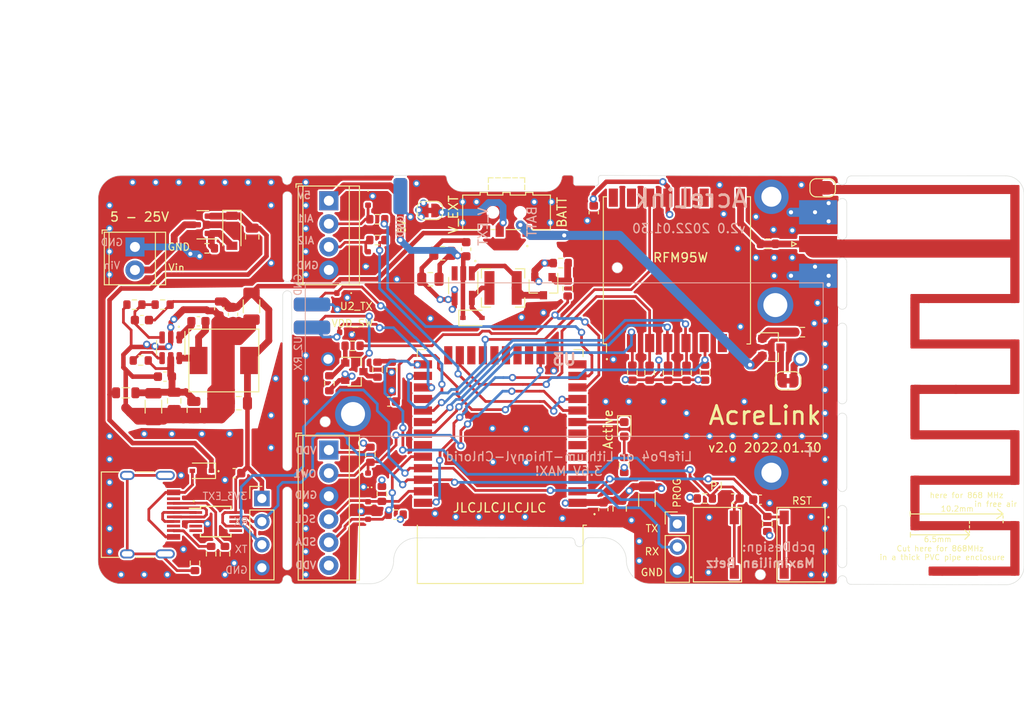
<source format=kicad_pcb>
(kicad_pcb (version 20211014) (generator pcbnew)
  (title_block (title "AcreLink") (date "2022-01-30") (rev "v2.0"))
  (layers (0 "F.Cu" signal) (1 "In1.Cu" power "In1.Cu_GND") (2 "In2.Cu" power "In2.Cu_VDD") (31 "B.Cu" signal) (34 "B.Paste" user) (35 "F.Paste" user) (36 "B.SilkS" user "B.Silkscreen") (37 "F.SilkS" user "F.Silkscreen") (38 "B.Mask" user) (39 "F.Mask" user) (44 "Edge.Cuts" user))
  (net 0 "")
  (net 1 "GND")
  (net 2 "RESET")
  (net 3 "BUCK_5V")
  (net 4 "Net-(C10-Pad1)")
  (net 5 "VDD")
  (net 6 "ONEWIRE1_DATA")
  (net 7 "PRG_JP")
  (net 8 "PRG_RX")
  (net 9 "PRG_TX")
  (net 10 "UART2_RX")
  (net 11 "UART2_TX")
  (net 12 "VSUPPLY")
  (net 13 "Net-(C16-Pad1)")
  (net 14 "I2C_SCL")
  (net 15 "I2C_SDA")
  (net 16 "Net-(C16-Pad2)")
  (net 17 "3V3EXT")
  (net 18 "Net-(Q2-Pad1)")
  (net 19 "Net-(Q3-Pad1)")
  (net 20 "Net-(C17-Pad2)")
  (net 21 "VBATT")
  (net 22 "Net-(Q5-Pad1)")
  (net 23 "Net-(D6-Pad2)")
  (net 24 "VDD_SENSE")
  (net 25 "LED_SIGNAL")
  (net 26 "Net-(D1-Pad2)")
  (net 27 "RFM_RST")
  (net 28 "SPI_MOSI")
  (net 29 "Net-(D3-Pad2)")
  (net 30 "Net-(D7-Pad2)")
  (net 31 "Net-(JP2-Pad2)")
  (net 32 "VSUPPLY_IN")
  (net 33 "RFM_DIO0")
  (net 34 "SPI_CS")
  (net 35 "SPI_SCK")
  (net 36 "SPI_MISO")
  (net 37 "VDD_SWITCHED")
  (net 38 "5V_EN")
  (net 39 "Net-(D2-Pad2)")
  (net 40 "POWER_EN")
  (net 41 "Net-(R18-Pad1)")
  (net 42 "Net-(J11-Pad1)")
  (net 43 "EXT_ADC_SENSE2")
  (net 44 "Net-(JP2-Pad1)")
  (net 45 "EXT_ADC_SENSE")
  (net 66 "Net-(J4-PadS1)")
  (net 67 "Net-(J4-PadA6)")
  (net 68 "Net-(J4-PadB5)")
  (net 70 "Net-(J4-PadA7)")
  (net 71 "Net-(J4-PadA5)")
  (net 76 "Net-(D11-Pad2)")
  (net 77 "Net-(JP3-Pad1)")
  (footprint "Capacitor_SMD:C_0603_1608Metric" (layer "F.Cu") (at 221.475 127.635 180)
    (fp_text reference "C5")
    (fp_text value "100n")
  )
  (footprint "Capacitor_SMD:C_0603_1608Metric" (layer "F.Cu") (at 204.2 128.725 90)
    (fp_text reference "C6")
    (fp_text value "100n")
  )
  (footprint "Capacitor_SMD:C_0805_2012Metric" (layer "F.Cu") (at 206 128.65 90)
    (fp_text reference "C7" hide)
    (fp_text value "10u" hide)
  )
  (footprint "Capacitor_SMD:C_0603_1608Metric" (layer "F.Cu") (at 203.1492 96.0498 90)
    (fp_text reference "C9")
    (fp_text value "100n")
  )
  (footprint "Connector_PinHeader_2.54mm:PinHeader_1x03_P2.54mm_Vertical" (layer "F.Cu") (at 212.344 130.317)
    (fp_text reference "J5")
    (fp_text value "Temp")
  )
  (footprint "TerminalBlock_TE-Connectivity:TerminalBlock_TE_282834-2_1x02_P2.54mm_Horizontal" (layer "F.Cu") (at 152.654 99.822 -90)
    (fp_text reference "J6" hide)
    (fp_text value "VDD " hide)
  )
  (footprint "OWN_Parts_:pcb_edge_2_2" (layer "F.Cu") (at 172.1358 107.4166)
    (fp_text reference "J7" hide)
    (fp_text value "UART" hide)
  )
  (footprint "Package_TO_SOT_SMD:SOT-23" (layer "F.Cu") (at 176.8 113.55)
    (fp_text reference "Q2")
    (fp_text value "AO3401A")
  )
  (footprint "Package_TO_SOT_SMD:SOT-23" (layer "F.Cu") (at 197.612 104.14 -90)
    (fp_text reference "Q3")
    (fp_text value "AO3401A")
  )
  (footprint "Package_TO_SOT_SMD:SOT-23" (layer "F.Cu") (at 222.7 110.85)
    (fp_text reference "Q5")
    (fp_text value "AO3401A")
  )
  (footprint "Resistor_SMD:R_0603_1608Metric" (layer "F.Cu") (at 222.25 130.315 -90)
    (fp_text reference "R3" hide)
    (fp_text value "10k" hide)
  )
  (footprint "Resistor_SMD:R_0603_1608Metric" (layer "F.Cu") (at 179.35 113.33 -90)
    (fp_text reference "R7")
    (fp_text value "30k")
  )
  (footprint "Resistor_SMD:R_0603_1608Metric" (layer "F.Cu") (at 180.9 113.34 90)
    (fp_text reference "R8")
    (fp_text value "10k")
  )
  (footprint "Resistor_SMD:R_0603_1608Metric" (layer "F.Cu") (at 174.05 114.825 90)
    (fp_text reference "R9" hide)
    (fp_text value "10k" hide)
  )
  (footprint "Resistor_SMD:R_0603_1608Metric" (layer "F.Cu") (at 176.6 110.7 180)
    (fp_text reference "R10")
    (fp_text value "100")
  )
  (footprint "Resistor_SMD:R_0603_1608Metric" (layer "F.Cu") (at 199.517 101.6)
    (fp_text reference "R11" hide)
    (fp_text value "10k" hide)
  )
  (footprint "Resistor_SMD:R_0603_1608Metric" (layer "F.Cu") (at 200.279 104.394 90)
    (fp_text reference "R12")
    (fp_text value "100")
  )
  (footprint "Resistor_SMD:R_0603_1608Metric" (layer "F.Cu") (at 181.356 129.286 180)
    (fp_text reference "R15")
    (fp_text value "4k7")
  )
  (footprint "Resistor_SMD:R_0603_1608Metric" (layer "F.Cu") (at 179.832 127 -90)
    (fp_text reference "R16")
    (fp_text value "4k7")
  )
  (footprint "Resistor_SMD:R_0603_1608Metric" (layer "F.Cu") (at 226.125 109.2)
    (fp_text reference "R19")
    (fp_text value "100k")
  )
  (footprint "OWN_Parts_:TS-1187A-C-E-B" (layer "F.Cu") (at 225.806 132.588 -90)
    (fp_text reference "SW1")
    (fp_text value "RESET")
  )
  (footprint "RF_Module:ESP32-WROOM-32" (layer "F.Cu") (at 192.85 121 180)
    (fp_text reference "U2")
    (fp_text value "ESP32-WROOM-32D")
  )
  (footprint "RF_Module:HOPERF_RFM9XW_SMD" (layer "F.Cu") (at 212.3 102.4 90)
    (fp_text reference "U4")
    (fp_text value "RFM95W-868S2")
  )
  (footprint "Resistor_SMD:R_0603_1608Metric" (layer "F.Cu") (at 222.31 99.48)
    (fp_text reference "L2")
    (fp_text value "0R")
  )
  (footprint "Connector_Coaxial:SMA_Molex_73251-2120_EdgeMount_Horizontal" (layer "F.Cu") (at 227.838 99.5)
    (fp_text reference "J11")
    (fp_text value "Conn_Coaxial")
  )
  (footprint "OWN_Parts_:jumperhidden" (layer "F.Cu") (at 228.34 93.31 180)
    (fp_text reference "JP1" hide)
    (fp_text value "SolderJumper_2_Bridged" hide)
  )
  (footprint "MountingHole:MountingHole_2.2mm_M2_DIN965_Pad" (layer "F.Cu") (at 222.7 94.3)
    (fp_text reference "H1")
    (fp_text value "MountingHole_Pad")
  )
  (footprint "MountingHole:MountingHole_2.2mm_M2_DIN965_Pad" (layer "F.Cu") (at 222.7 124.67)
    (fp_text reference "H3")
    (fp_text value "MountingHole_Pad")
  )
  (footprint "Capacitor_SMD:C_1206_3216Metric" (layer "F.Cu") (at 209 127.675 90)
    (fp_text reference "C13" hide)
    (fp_text value "100u" hide)
  )
  (footprint "Capacitor_SMD:C_0603_1608Metric" (layer "F.Cu") (at 218.44 127.508)
    (fp_text reference "C1" hide)
    (fp_text value "100n" hide)
  )
  (footprint "Resistor_SMD:R_0603_1608Metric" (layer "F.Cu") (at 215.379 127.508 180)
    (fp_text reference "R4" hide)
    (fp_text value "10k" hide)
  )
  (footprint "Resistor_SMD:R_0603_1608Metric" (layer "F.Cu") (at 211.328 113.665 90)
    (fp_text reference "R5" hide)
    (fp_text value "10k" hide)
  )
  (footprint "Resistor_SMD:R_0603_1608Metric" (layer "F.Cu") (at 209.296 113.665 90)
    (fp_text reference "R6" hide)
    (fp_text value "10k" hide)
  )
  (footprint "Resistor_SMD:R_0603_1608Metric" (layer "F.Cu") (at 207.391 113.652 90)
    (fp_text reference "R13" hide)
    (fp_text value "10k" hide)
  )
  (footprint "Resistor_SMD:R_0603_1608Metric" (layer "F.Cu") (at 213.36 113.665 90)
    (fp_text reference "R17" hide)
    (fp_text value "10k" hide)
  )
  (footprint "OWN_Parts_:TS-1187A-C-E-B" (layer "F.Cu") (at 216.916 132.588 90)
    (fp_text reference "SW2" hide)
    (fp_text value "PJ" hide)
  )
  (footprint "Capacitor_SMD:C_0603_1608Metric" (layer "F.Cu") (at 163.576 124.714)
    (fp_text reference "C11" hide)
    (fp_text value "100n" hide)
  )
  (footprint "Connector_USB:USB_C_Receptacle_HRO_TYPE-C-31-M-12" (layer "F.Cu") (at 152.856 129.286 -90)
    (fp_text reference "J4" hide)
    (fp_text value "USB_C_Receptacle_USB2.0" hide)
  )
  (footprint "OWN_Parts_:pcb_edge_2_1" (layer "F.Cu") (at 181.864 94.234 90)
    (fp_text reference "J2" hide)
    (fp_text value "5V" hide)
  )
  (footprint "Diode_SMD:D_0402_1005Metric" (layer "F.Cu") (at 178.308 125.199 90)
    (fp_text reference "D4" hide)
    (fp_text value "D_TVS" hide)
  )
  (footprint "OWN_Parts_:L_SWPA4018S" (layer "F.Cu") (at 193.167 104.333 180)
    (fp_text reference "L1" hide)
    (fp_text value "47u" hide)
  )
  (footprint "Package_TO_SOT_SMD:SOT-23-5_HandSoldering" (layer "F.Cu") (at 188.783 104.079 -90)
    (fp_text reference "U1" hide)
    (fp_text value "ME2108C50M5G" hide)
  )
  (footprint "Capacitor_SMD:C_0603_1608Metric" (layer "F.Cu") (at 159.639 108.0008 180)
    (fp_text reference "C16" hide)
    (fp_text value "100n" hide)
  )
  (footprint "Resistor_SMD:R_0603_1608Metric" (layer "F.Cu") (at 155.702 106.172 180)
    (fp_text reference "R21" hide)
    (fp_text value "62k" hide)
  )
  (footprint "Resistor_SMD:R_0603_1608Metric" (layer "F.Cu") (at 179.324 96.774 180)
    (fp_text reference "R24" hide)
    (fp_text value "1k" hide)
  )
  (footprint "Capacitor_SMD:C_1206_3216Metric" (layer "F.Cu") (at 154.686 117.3988 -90)
    (fp_text reference "C4" hide)
    (fp_text value "22u" hide)
  )
  (footprint "Diode_SMD:D_SOD-123" (layer "F.Cu") (at 163.322 98.044 -90)
    (fp_text reference "D3" hide)
    (fp_text value "D_MM1Z15" hide)
  )
  (footprint "Resistor_SMD:R_0603_1608Metric" (layer "F.Cu") (at 215.392 113.665 -90)
    (fp_text reference "R2" hide)
    (fp_text value "10k" hide)
  )
  (footprint "Capacitor_SMD:C_0805_2012Metric" (layer "F.Cu") (at 164.084 117.0178 180)
    (fp_text reference "C18" hide)
    (fp_text value "10u" hide)
  )
  (footprint "Diode_SMD:D_0402_1005Metric" (layer "F.Cu") (at 178.308 100.838 90)
    (fp_text reference "D6" hide)
    (fp_text value "D_TVS" hide)
  )
  (footprint "Capacitor_SMD:C_0603_1608Metric" (layer "F.Cu") (at 161.925 106.6038 90)
    (fp_text reference "C20" hide)
    (fp_text value "100n" hide)
  )
  (footprint "Capacitor_SMD:C_0805_2012Metric" (layer "F.Cu") (at 159.131 117.7798 -90)
    (fp_text reference "C10" hide)
    (fp_text value "2u2" hide)
  )
  (footprint "Connector_PinHeader_2.54mm:PinHeader_1x04_P2.54mm_Vertical" (layer "F.Cu") (at 166.624 127.508)
    (fp_text reference "J8" hide)
    (fp_text value "Conn_01x04" hide)
  )
  (footprint "Resistor_SMD:R_0603_1608Metric" (layer "F.Cu") (at 153.289 112.3188)
    (fp_text reference "R18" hide)
    (fp_text value "100k" hide)
  )
  (footprint "Resistor_SMD:R_0603_1608Metric" (layer "F.Cu") (at 160.5788 99.9744)
    (fp_text reference "R14" hide)
    (fp_text value "100k" hide)
  )
  (footprint "Capacitor_SMD:C_0805_2012Metric" (layer "F.Cu") (at 156.972 116.7638 -90)
    (fp_text reference "C8" hide)
    (fp_text value "10u" hide)
  )
  (footprint "Capacitor_SMD:C_0603_1608Metric" (layer "F.Cu") (at 189.103 100.076 -90)
    (fp_text reference "C23" hide)
    (fp_text value "100n" hide)
  )
  (footprint "OWN_Parts_:SLO0630H" (layer "F.Cu") (at 162.433 112.3188 180)
    (fp_text reference "L3" hide)
    (fp_text value "15u" hide)
  )
  (footprint "Diode_SMD:D_SOD-323" (layer "F.Cu") (at 160.02 124.46 180)
    (fp_text reference "D11" hide)
    (fp_text value "D_Schottky" hide)
  )
  (footprint "TerminalBlock_TE-Connectivity:TerminalBlock_TE_282834-6_1x06_P2.54mm_Horizontal" (layer "F.Cu") (at 173.99 122.174 -90)
    (fp_text reference "J3" hide)
    (fp_text value "Conn_01x06" hide)
  )
  (footprint "Package_TO_SOT_SMD:SOT-23" (layer "F.Cu") (at 160.1216 97.3836 180)
    (fp_text reference "Q1" hide)
    (fp_text value "AO3401A" hide)
  )
  (footprint "Capacitor_SMD:C_0805_2012Metric" (layer "F.Cu") (at 186.497 100.523 180)
    (fp_text reference "C22" hide)
    (fp_text value "2u2" hide)
  )
  (footprint "Inductor_SMD:L_0805_2012Metric" (layer "F.Cu") (at 151.638 115.8748)
    (fp_text reference "FB1" hide)
    (fp_text value "Ferrite" hide)
  )
  (footprint "Diode_SMD:D_0402_1005Metric" (layer "F.Cu") (at 178.308 94.742 -90)
    (fp_text reference "D7" hide)
    (fp_text value "D_TVS" hide)
  )
  (footprint "Diode_SMD:D_0402_1005Metric" (layer "F.Cu") (at 175.664 109.22 180)
    (fp_text reference "D9" hide)
    (fp_text value "D_TVS" hide)
  )
  (footprint "Resistor_SMD:R_0603_1608Metric" (layer "F.Cu") (at 159.258 134.62 90)
    (fp_text reference "R25" hide)
    (fp_text value "1M" hide)
  )
  (footprint "Diode_SMD:D_SOD-323" (layer "F.Cu") (at 189.799 107.635)
    (fp_text reference "D2" hide)
    (fp_text value "D_Schottky" hide)
  )
  (footprint "Capacitor_SMD:C_0603_1608Metric" (layer "F.Cu") (at 180.594 116.84)
    (fp_text reference "C2" hide)
    (fp_text value "100n" hide)
  )
  (footprint "Resistor_SMD:R_0603_1608Metric" (layer "F.Cu") (at 152.591 106.172 180)
    (fp_text reference "R22" hide)
    (fp_text value "20k" hide)
  )
  (footprint "OWN_Parts_:K3-1296S-E1" (layer "F.Cu") (at 193.548 96.012 180)
    (fp_text reference "SW3" hide)
    (fp_text value "K3-1296S-E1")
  )
  (footprint "Capacitor_SMD:C_0603_1608Metric" (layer "F.Cu") (at 155.956 114.0968)
    (fp_text reference "C14" hide)
    (fp_text value "100n" hide)
  )
  (footprint "Resistor_SMD:R_0603_1608Metric" (layer "F.Cu") (at 206.502 123.825 90)
    (fp_text reference "R1" hide)
    (fp_text value "1k" hide)
  )
  (footprint "Resistor_SMD:R_0603_1608Metric" (layer "F.Cu") (at 162.56 133.604 90)
    (fp_text reference "R26" hide)
    (fp_text value "5.11k" hide)
  )
  (footprint "Resistor_SMD:R_0603_1608Metric" (layer "F.Cu") (at 179.324 99.06 180)
    (fp_text reference "R23" hide)
    (fp_text value "1k" hide)
  )
  (footprint "Jumper:SolderJumper-2_P1.3mm_Bridged_RoundedPad1.0x1.5mm" (layer "F.Cu") (at 185.1152 95.8088 180)
    (fp_text reference "JP3" hide)
    (fp_text value "ISense" hide)
  )
  (footprint "Capacitor_SMD:C_1206_3216Metric" (layer "F.Cu") (at 165.481 106.3498 90)
    (fp_text reference "C21" hide)
    (fp_text value "47u" hide)
  )
  (footprint "Package_SO:MSOP-10_3x3mm_P0.5mm" (layer "F.Cu") (at 161.544 130.048)
    (fp_text reference "U6" hide)
    (fp_text value "CH340E" hide)
  )
  (footprint "Capacitor_SMD:C_0805_2012Metric" (layer "F.Cu") (at 185.166 103.378)
    (fp_text reference "C3" hide)
    (fp_text value "10u" hide)
  )
  (footprint "Capacitor_SMD:C_0603_1608Metric" (layer "F.Cu") (at 153.416 107.8738 180)
    (fp_text reference "C17" hide)
    (fp_text value "100p" hide)
  )
  (footprint "TerminalBlock_TE-Connectivity:TerminalBlock_TE_282834-4_1x04_P2.54mm_Horizontal" (layer "F.Cu") (at 173.99 94.737 -90)
    (fp_text reference "J1" hide)
    (fp_text value "Conn_01x04" hide)
  )
  (footprint "Package_TO_SOT_SMD:TSOT-23-6" (layer "F.Cu") (at 156.591 110.9218 -90)
    (fp_text reference "U5" hide)
    (fp_text value "SCT2400" hide)
  )
  (footprint "Resistor_SMD:R_0603_1608Metric" (layer "F.Cu") (at 161.036 133.604 90)
    (fp_text reference "R27" hide)
    (fp_text value "5.11k" hide)
  )
  (footprint "Jumper:SolderJumper-2_P1.3mm_Bridged_RoundedPad1.0x1.5mm" (layer "F.Cu") (at 224.536 114.554 180)
    (fp_text reference "JP2" hide)
    (fp_text value "ISense" hide)
  )
  (footprint "Diode_SMD:D_0402_1005Metric" (layer "F.Cu") (at 178.308 129.309 -90)
    (fp_text reference "D10" hide)
    (fp_text value "D_TVS" hide)
  )
  (footprint "Capacitor_SMD:C_0805_2012Metric" (layer "F.Cu") (at 165.5572 98.7044 -90)
    (fp_text reference "C15" hide)
    (fp_text value "10u" hide)
  )
  (footprint "Resistor_SMD:R_0603_1608Metric" (layer "F.Cu") (at 178.562 122.695 -90)
    (fp_text reference "R20" hide)
    (fp_text value "4k7" hide)
  )
  (footprint "Diode_SMD:D_0402_1005Metric" (layer "F.Cu") (at 178.308 127.381 -90)
    (fp_text reference "D5" hide)
    (fp_text value "D_TVS" hide)
  )
  (footprint "Capacitor_SMD:C_0603_1608Metric" (layer "F.Cu") (at 163.449 107.2388 -90)
    (fp_text reference "C19" hide)
    (fp_text value "1u" hide)
  )
  (footprint "LED_SMD:LED_0603_1608Metric" (layer "F.Cu") (at 206.502 119.888 -90)
    (fp_text reference "D1" hide)
    (fp_text value "LED_Small" hide)
  )
  (footprint "Diode_SMD:D_0402_1005Metric" (layer "F.Cu") (at 175.364 104.902 180)
    (fp_text reference "D8" hide)
    (fp_text value "D_TVS" hide)
  )
  (footprint "SamacSys_Parts:2460" (layer "B.Cu") (at 199.898 112.2172)
    (fp_text reference "U3")
    (fp_text value "2460" hide)
  )
  (gr_line (start 244.5 131.5) (end 244 131) (layer "F.SilkS") (width 0.12))
  (gr_line (start 244.5 131.25) (end 244.5 131) (layer "F.SilkS") (width 0.12))
  (gr_line (start 237.99 128.95) (end 237.99 129.47) (layer "F.SilkS") (width 0.12))
  (gr_line (start 248.19 129.22) (end 247.505 129.73) (layer "F.SilkS") (width 0.12))
  (gr_line (start 248.2 129.67) (end 248.2 129.42) (layer "F.SilkS") (width 0.12))
  (gr_line (start 248.2 130.18) (end 248.2 129.93) (layer "F.SilkS") (width 0.12))
  (gr_line (start 237.99 129.21) (end 237.99 128.95) (layer "F.SilkS") (width 0.12))
  (gr_line (start 244.5 130.75) (end 244.5 130.5) (layer "F.SilkS") (width 0.12))
  (gr_line (start 238 131.5) (end 244.5 131.5) (layer "F.SilkS") (width 0.12))
  (gr_line (start 238 129.21) (end 248.19 129.21) (layer "F.SilkS") (width 0.12))
  (gr_line (start 248.18 129.2) (end 247.6 128.68) (layer "F.SilkS") (width 0.12))
  (gr_line (start 238 131.25) (end 238 131.75) (layer "F.SilkS") (width 0.12))
  (gr_line (start 244.5 131.5) (end 244 132) (layer "F.SilkS") (width 0.12))
  (gr_line (start 244.5 130.25) (end 244.5 130) (layer "F.SilkS") (width 0.12))
  (gr_circle (center 221.488 135.89) (end 222.064 135.89) (layer "Edge.Cuts") (width 0.05) (fill none))
  (gr_line (start 250.5 94) (end 250.5 135) (layer "Edge.Cuts") (width 0.05))
  (gr_arc (start 230 94.988) (mid 230.5 94.488) (end 231 94.988) (layer "Edge.Cuts") (width 0.05))
  (gr_line (start 248.5 92) (end 231.49921 92.00241) (layer "Edge.Cuts") (width 0.05))
  (gr_line (start 229.51079 92.00241) (end 203.91481 91.95161) (layer "Edge.Cuts") (width 0.05))
  (gr_line (start 248.5 137) (end 231.49921 136.9568) (layer "Edge.Cuts") (width 0.05))
  (gr_line (start 229.51079 136.95319) (end 209.314233 136.873113) (layer "Edge.Cuts") (width 0.05))
  (gr_line (start 230 101.5) (end 230 102) (layer "Edge.Cuts") (width 0.05))
  (gr_line (start 231 102) (end 231 101.5) (layer "Edge.Cuts") (width 0.05))
  (gr_arc (start 230 101.5) (mid 230.5 101) (end 231 101.5) (layer "Edge.Cuts") (width 0.05))
  (gr_line (start 230 105) (end 230 106.18) (layer "Edge.Cuts") (width 0.05))
  (gr_line (start 231 106.18) (end 231 105) (layer "Edge.Cuts") (width 0.05))
  (gr_arc (start 231 106.18) (mid 230.5 106.68) (end 230 106.18) (layer "Edge.Cuts") (width 0.05))
  (gr_line (start 230 108.704) (end 230 110) (layer "Edge.Cuts") (width 0.05))
  (gr_line (start 231 110) (end 231 108.704) (layer "Edge.Cuts") (width 0.05))
  (gr_arc (start 230 108.704) (mid 230.5 108.204) (end 231 108.704) (layer "Edge.Cuts") (width 0.05))
  (gr_arc (start 231 116.594) (mid 230.5 117.094) (end 230 116.594) (layer "Edge.Cuts") (width 0.05))
  (gr_line (start 230 118.61) (end 230 126.246) (layer "Edge.Cuts") (width 0.05))
  (gr_line (start 231 126.246) (end 231 118.61) (layer "Edge.Cuts") (width 0.05))
  (gr_arc (start 230 118.61) (mid 230.5 118.11) (end 231 118.61) (layer "Edge.Cuts") (width 0.05))
  (gr_arc (start 231 126.246) (mid 230.5 126.746) (end 230 126.246) (layer "Edge.Cuts") (width 0.05))
  (gr_line (start 230 128.77) (end 230 133) (layer "Edge.Cuts") (width 0.05))
  (gr_line (start 231 133) (end 231 128.77) (layer "Edge.Cuts") (width 0.05))
  (gr_arc (start 230 128.77) (mid 230.5 128.27) (end 231 128.77) (layer "Edge.Cuts") (width 0.05))
  (gr_line (start 230 133) (end 230 134.628) (layer "Edge.Cuts") (width 0.05))
  (gr_line (start 231 134.628) (end 231 133) (layer "Edge.Cuts") (width 0.05))
  (gr_arc (start 231 134.628) (mid 230.5 135.128) (end 230 134.628) (layer "Edge.Cuts") (width 0.05))
  (gr_line (start 231 94.988) (end 231 98.5) (layer "Edge.Cuts") (width 0.05))
  (gr_line (start 230 98.5) (end 230 94.988) (layer "Edge.Cuts") (width 0.05))
  (gr_line (start 231 105) (end 231 102) (layer "Edge.Cuts") (width 0.05))
  (gr_line (start 230 102) (end 230 105) (layer "Edge.Cuts") (width 0.05))
  (gr_line (start 231 110) (end 231 116.594) (layer "Edge.Cuts") (width 0.05))
  (gr_line (start 230 116.594) (end 230 110) (layer "Edge.Cuts") (width 0.05))
  (gr_line (start 169.91 117.348) (end 169.91 123.942) (layer "Edge.Cuts") (width 0.05))
  (gr_arc (start 201.168 93.0656) (mid 200.988395 92.991205) (end 200.914 92.8116) (layer "Edge.Cuts") (width 0.05))
  (gr_arc (start 186.69 91.948) (mid 186.869605 92.022395) (end 186.944 92.202) (layer "Edge.Cuts") (width 0.05))
  (gr_line (start 200.66 91.948) (end 199.898 91.948) (layer "Edge.Cuts") (width 0.05))
  (gr_arc (start 250.5 135) (mid 249.914214 136.414214) (end 248.5 137) (layer "Edge.Cuts") (width 0.05))
  (gr_arc (start 204.198131 131.829215) (mid 205.994182 132.573164) (end 206.738131 134.369215) (layer "Edge.Cuts") (width 0.05))
  (gr_arc (start 168.910001 136.398001) (mid 168.761211 136.757211) (end 168.402001 136.906001) (layer "Edge.Cuts") (width 0.05))
  (gr_line (start 168.91 116.052) (end 168.91 107.696) (layer "Edge.Cuts") (width 0.05))
  (gr_arc (start 203.66081 92.20561) (mid 203.735205 92.026005) (end 203.91481 91.95161) (layer "Edge.Cuts") (width 0.05))
  (gr_line (start 200.914 92.202) (end 200.914 92.8116) (layer "Edge.Cuts") (width 0.05))
  (gr_arc (start 200.66 91.948) (mid 200.839605 92.022395) (end 200.914 92.202) (layer "Edge.Cuts") (width 0.05))
  (gr_line (start 168.918 94.226) (end 168.918 95.522) (layer "Edge.Cuts") (width 0.05))
  (gr_arc (start 169.91 134.882) (mid 169.41 135.382) (end 168.91 134.882) (layer "Edge.Cuts") (width 0.05))
  (gr_line (start 168.918 105.148) (end 168.91 107.696) (layer "Edge.Cuts") (width 0.05))
  (gr_arc (start 169.891216 92.464303) (mid 169.391216 92.959807) (end 168.891216 92.464303) (layer "Edge.Cuts") (width 0.05))
  (gr_line (start 169.918 95.522) (end 169.918 103.132) (layer "Edge.Cuts") (width 0.05))
  (gr_arc (start 188.722 93.726) (mid 187.544437 93.300656) (end 186.944 92.202) (layer "Edge.Cuts") (width 0.05))
  (gr_arc (start 202.082399 132.333999) (mid 201.581689 132.814856) (end 201.091189 132.323589) (layer "Edge.Cuts") (width 0.05))
  (gr_arc (start 230.99121 92.51041) (mid 231.14 92.1512) (end 231.49921 92.00241) (layer "Edge.Cuts") (width 0.05))
  (gr_line (start 178.543949 136.887949) (end 170.390421 136.909611) (layer "Edge.Cuts") (width 0.05))
  (gr_arc (start 209.314233 136.873113) (mid 207.517999 136.144001) (end 206.738131 134.369215) (layer "Edge.Cuts") (width 0.05))
  (gr_line (start 202.590399 131.825999) (end 204.198131 131.829215) (layer "Edge.Cuts") (width 0.05))
  (gr_circle (center 205.74 102.108) (end 206.316 102.108) (layer "Edge.Cuts") (width 0.05) (fill none))
  (gr_arc (start 203.66081 92.8116) (mid 203.586415 92.991205) (end 203.40681 93.0656) (layer "Edge.Cuts") (width 0.05))
  (gr_line (start 200.601979 131.825999) (end 183.660051 131.844051) (layer "Edge.Cuts") (width 0.05))
  (gr_arc (start 151.13 136.906) (mid 149.333949 136.162051) (end 148.59 134.366) (layer "Edge.Cuts") (width 0.05))
  (gr_line (start 169.91 128.534) (end 169.91 134.882) (layer "Edge.Cuts") (width 0.05))
  (gr_arc (start 231.49921 136.9568) (mid 231.149011 136.838333) (end 231 136.5) (layer "Edge.Cuts") (width 0.05))
  (gr_arc (start 181.120051 134.384051) (mid 180.340181 136.158835) (end 178.543949 136.887949) (layer "Edge.Cuts") (width 0.05))
  (gr_arc (start 231 98.5) (mid 230.5 99) (end 230 98.5) (layer "Edge.Cuts") (width 0.05))
  (gr_line (start 231 92.5) (end 231 92.5) (layer "Edge.Cuts") (width 0.05))
  (gr_line (start 168.91 134.882) (end 168.91 128.534) (layer "Edge.Cuts") (width 0.05))
  (gr_circle (center 173.59 119.06) (end 174.166 119.06) (layer "Edge.Cuts") (width 0.05) (fill none))
  (gr_line (start 168.91 116.052) (end 168.91 117.348) (layer "Edge.Cuts") (width 0.05))
  (gr_arc (start 168.918 105.148) (mid 169.418 104.648) (end 169.918 105.148) (layer "Edge.Cuts") (width 0.05))
  (gr_arc (start 168.91 126.738) (mid 169.41 126.238) (end 169.91 126.738) (layer "Edge.Cuts") (width 0.05))
  (gr_line (start 188.722 93.726) (end 197.866 93.726) (layer "Edge.Cuts") (width 0.05))
  (gr_arc (start 248.5 92) (mid 249.914214 92.585786) (end 250.5 94) (layer "Edge.Cuts") (width 0.05))
  (gr_arc (start 199.644 92.202) (mid 199.718395 92.022395) (end 199.898 91.948) (layer "Edge.Cuts") (width 0.05))
  (gr_line (start 186.69 91.948) (end 170.390426 91.966713) (layer "Edge.Cuts") (width 0.05))
  (gr_line (start 168.91 123.942) (end 168.91 117.348) (layer "Edge.Cuts") (width 0.05))
  (gr_arc (start 169.891216 92.464303) (mid 170.038003 92.112355) (end 170.390426 91.966713) (layer "Edge.Cuts") (width 0.05))
  (gr_line (start 203.66081 92.20561) (end 203.66081 92.8116) (layer "Edge.Cuts") (width 0.05))
  (gr_arc (start 181.120051 134.384051) (mid 181.864 132.588) (end 183.660051 131.844051) (layer "Edge.Cuts") (width 0.05))
  (gr_arc (start 200.601979 131.825999) (mid 200.950874 131.97226) (end 201.091189 132.323589) (layer "Edge.Cuts") (width 0.05))
  (gr_arc (start 148.608051 94.506051) (mid 149.352 92.71) (end 151.148051 91.966051) (layer "Edge.Cuts") (width 0.05))
  (gr_arc (start 199.644 92.202) (mid 199.036882 93.292862) (end 197.866 93.726) (layer "Edge.Cuts") (width 0.05))
  (gr_arc (start 168.402006 91.966713) (mid 168.750892 92.112983) (end 168.891216 92.464303) (layer "Edge.Cuts") (width 0.05))
  (gr_line (start 148.59 134.366) (end 148.608051 94.506051) (layer "Edge.Cuts") (width 0.05))
  (gr_line (start 169.91 107.696) (end 169.918 105.148) (layer "Edge.Cuts") (width 0.05))
  (gr_arc (start 230.99121 92.51041) (mid 230.4905 92.991267) (end 230 92.5) (layer "Edge.Cuts") (width 0.05))
  (gr_line (start 203.40681 93.0656) (end 201.168 93.0656) (layer "Edge.Cuts") (width 0.05))
  (gr_arc (start 170.390421 136.909611) (mid 170.040222 136.791144) (end 169.891211 136.452811) (layer "Edge.Cuts") (width 0.05))
  (gr_arc (start 168.918 94.226) (mid 169.418 93.726) (end 169.918 94.226) (layer "Edge.Cuts") (width 0.05))
  (gr_line (start 169.918 95.522) (end 169.918 94.226) (layer "Edge.Cuts") (width 0.05))
  (gr_arc (start 230.01879 136.44519) (mid 229.87 136.8044) (end 229.51079 136.95319) (layer "Edge.Cuts") (width 0.05))
  (gr_arc (start 169.918 103.132) (mid 169.418 103.632) (end 168.918 103.132) (layer "Edge.Cuts") (width 0.05))
  (gr_arc (start 168.910001 136.398001) (mid 169.426523 135.961441) (end 169.891211 136.452811) (layer "Edge.Cuts") (width 0.05))
  (gr_line (start 169.91 117.348) (end 169.91 116.052) (layer "Edge.Cuts") (width 0.05))
  (gr_line (start 168.402001 136.906001) (end 151.13 136.906) (layer "Edge.Cuts") (width 0.05))
  (gr_arc (start 169.91 123.942) (mid 169.41 124.442) (end 168.91 123.942) (layer "Edge.Cuts") (width 0.05))
  (gr_line (start 169.91 128.534) (end 169.91 126.738) (layer "Edge.Cuts") (width 0.05))
  (gr_arc (start 229.51079 92.00241) (mid 229.859687 92.148669) (end 230 92.5) (layer "Edge.Cuts") (width 0.05))
  (gr_arc (start 202.082399 132.333999) (mid 202.231189 131.974789) (end 202.590399 131.825999) (layer "Edge.Cuts") (width 0.05))
  (gr_line (start 168.918 103.132) (end 168.918 95.522) (layer "Edge.Cuts") (width 0.05))
  (gr_line (start 168.91 126.738) (end 168.91 128.534) (layer "Edge.Cuts") (width 0.05))
  (gr_line (start 169.891216 92.464303) (end 169.891216 92.464303) (layer "Edge.Cuts") (width 0.05))
  (gr_arc (start 230.01879 136.44519) (mid 230.535312 136.00863) (end 231 136.5) (layer "Edge.Cuts") (width 0.05))
  (gr_line (start 168.402006 91.966713) (end 151.148051 91.966051) (layer "Edge.Cuts") (width 0.05))
  (gr_line (start 169.91 107.696) (end 169.91 116.052) (layer "Edge.Cuts") (width 0.05))
  (gr_text "5V" (at 171.2722 94.1324) (layer "B.SilkS") (effects (font (size 0.8 0.8)) (justify mirror)))
  (gr_text "3V3_EXT" (at 162.56 127.254) (layer "B.SilkS") (effects (font (size 0.8 0.8) (thickness 0.12)) (justify mirror)))
  (gr_text "AI2" (at 171.45 99.1108) (layer "B.SilkS") (effects (font (size 0.8 0.8)) (justify mirror)))
  (gr_text "V_EXT" (at 190.9572 97.5868 90) (layer "B.SilkS") (effects (font (size 1 1)) (justify mirror)))
  (gr_text "AI1" (at 171.3738 96.6978) (layer "B.SilkS") (effects (font (size 0.8 0.8)) (justify mirror)))
  (gr_text "U2_RX" (at 170.6118 111.5314 90) (layer "B.SilkS") (effects (font (size 0.8 0.8) (thickness 0.12)) (justify mirror)))
  (gr_text "SCL" (at 171.45 129.7686) (layer "B.SilkS") (effects (font (size 0.8 0.8)) (justify mirror)))
  (gr_text "GND" (at 150.114 99.314) (layer "B.SilkS") (effects (font (size 0.8 0.8) (thickness 0.12)) (justify mirror)))
  (gr_text "VDD" (at 171.4754 122.2248) (layer "B.SilkS") (effects (font (size 0.8 0.8)) (justify mirror)))
  (gr_text "pcbDesign:" (at 223.52 132.842) (layer "B.SilkS") (effects (font (size 1 1)) (justify mirror)))
  (gr_text "GND" (at 170.5864 103.9876 90) (layer "B.SilkS") (effects (font (size 0.8 0.8) (thickness 0.12)) (justify mirror)))
  (gr_text "SDA" (at 171.4754 132.2832) (layer "B.SilkS") (effects (font (size 0.8 0.8)) (justify mirror)))
  (gr_text "TX" (at 164.338 133.096) (layer "B.SilkS") (effects (font (size 0.8 0.8) (thickness 0.12)) (justify mirror)))
  (gr_text "GND" (at 171.4754 127.127) (layer "B.SilkS") (effects (font (size 0.8 0.8)) (justify mirror)))
  (gr_text "VDD" (at 171.45 134.8486) (layer "B.SilkS") (effects (font (size 0.8 0.8)) (justify mirror)))
  (gr_text "Vin" (at 150.114 101.854) (layer "B.SilkS") (effects (font (size 0.8 0.8) (thickness 0.12)) (justify mirror)))
  (gr_text "AcreLink" (at 213.868 94.488) (layer "B.SilkS") (effects (font (size 2 2) (thickness 0.3)) (justify mirror)))
  (gr_text "OW1" (at 171.3484 124.7902) (layer "B.SilkS") (effects (font (size 0.8 0.8)) (justify mirror)))
  (gr_text "BATT" (at 196.342 97.028 90) (layer "B.SilkS") (effects (font (size 1 1)) (justify mirror)))
  (gr_text "+" (at 226.93 122.21) (layer "B.SilkS") (effects (font (size 1.4 1.4) (thickness 0.2)) (justify mirror)))
  (gr_text "Maximilian Betz" (at 221.488 134.62) (layer "B.SilkS") (effects (font (size 1 1) (thickness 0.2)) (justify mirror)))
  (gr_text "GND" (at 181.864 97.5614 90) (layer "B.SilkS") (effects (font (size 0.8 0.8)) (justify mirror)))
  (gr_text "LifePo4 or Lithium-Thionyl-Chlorid\n3.6V MAX!" (at 200.406 123.698) (layer "B.SilkS") (effects (font (size 1 1)) (justify mirror)))
  (gr_text "GND" (at 163.83 135.382) (layer "B.SilkS") (effects (font (size 0.8 0.8) (thickness 0.12)) (justify mirror)))
  (gr_text "RX" (at 164.338 130.048) (layer "B.SilkS") (effects (font (size 0.8 0.8) (thickness 0.12)) (justify mirror)))
  (gr_text "v2.0 2022.01.30" (at 213.614 97.79) (layer "B.SilkS") (effects (font (size 1 1)) (justify mirror)))
  (gr_text "GND" (at 171.6532 101.854) (layer "B.SilkS") (effects (font (size 0.8 0.8)) (justify mirror)))
  (gr_text "JLCJLCJLCJLC" (at 192.786 128.524) (layer "F.SilkS") (effects (font (size 1 1))))
  (gr_text "." (at 159.131 127.381) (layer "F.SilkS") (effects (font (size 1 1))))
  (gr_text "v2.0 2022.01.30" (at 221.996 121.92) (layer "F.SilkS") (effects (font (size 1 1))))
  (gr_text "10.2mm" (at 243.15 128.64) (layer "F.SilkS") (effects (font (size 0.6 0.6) (thickness 0.08))))
  (gr_text "PJ" (at 216.662 126.1364) (layer "F.SilkS") (effects (font (size 0.8 0.8) (thickness 0.12))))
  (gr_text "." (at 190.119 100.965) (layer "F.SilkS") (effects (font (size 1 1))))
  (gr_text "Cut here for 868MHz \nin a thick PVC pipe enclosure" (at 241.5 133.5) (layer "F.SilkS") (effects (font (size 0.6 0.6) (thickness 0.08))))
  (gr_text "AcreLink" (at 221.996 118.364) (layer "F.SilkS") (effects (font (size 2 2) (thickness 0.3))))
  (gr_text "GND" (at 209.55 135.636) (layer "F.SilkS") (effects (font (size 0.8 0.8) (thickness 0.12))))
  (gr_text "6.5mm" (at 241 132) (layer "F.SilkS") (effects (font (size 0.6 0.6) (thickness 0.08))))
  (gr_text "." (at 204.597 111.76) (layer "F.SilkS") (effects (font (size 1 1))))
  (gr_text "VDD_SW" (at 176.5808 108.2294) (layer "F.SilkS") (effects (font (size 0.8 0.8) (thickness 0.12))))
  (gr_text "RFM95W" (at 212.7 101) (layer "F.SilkS") (effects (font (size 1 1))))
  (gr_text "BATT" (at 199.644 96.012 90) (layer "F.SilkS") (effects (font (size 1 1))))
  (gr_text "V_EXT" (at 187.706 96.266 90) (layer "F.SilkS") (effects (font (size 1 1))))
  (gr_text "Vin" (at 157.226 102.108) (layer "F.SilkS") (effects (font (size 0.8 0.8) (thickness 0.12))))
  (gr_text "GND" (at 157.48 99.822) (layer "F.SilkS") (effects (font (size 0.8 0.8) (thickness 0.12))))
  (gr_text "." (at 195.834 99.314) (layer "F.SilkS") (effects (font (size 1 1))))
  (gr_text "." (at 161.85 124.09) (layer "F.SilkS") (effects (font (size 1 1))))
  (gr_text "RX" (at 209.55 133.35) (layer "F.SilkS") (effects (font (size 0.8 0.8) (thickness 0.12))))
  (gr_text "." (at 228.981 129.159) (layer "F.SilkS") (effects (font (size 1 1))))
  (gr_text "RST" (at 226.06 127.762) (layer "F.SilkS") (effects (font (size 0.8 0.8) (thickness 0.12))))
  (gr_text "U2_TX" (at 177.0126 106.3498) (layer "F.SilkS") (effects (font (size 0.8 0.8) (thickness 0.12))))
  (gr_text "Active" (at 204.724 119.888 90) (layer "F.SilkS") (effects (font (size 1 1))))
  (gr_text "5V" (at 182.0418 97.5868 90) (layer "F.SilkS") (effects (font (size 0.8 0.8))))
  (gr_text "." (at 203.23 128.82) (layer "F.SilkS") (effects (font (size 1 1))))
  (gr_text "TX" (at 209.55 130.81) (layer "F.SilkS") (effects (font (size 0.8 0.8) (thickness 0.12))))
  (gr_text "here for 868 MHz\n              in free air" (at 244.18 127.64) (layer "F.SilkS") (effects (font (size 0.6 0.6) (thickness 0.08))))
  (gr_text "." (at 157.48 108.204) (layer "F.SilkS") (effects (font (size 1 1))))
  (gr_text "5 - 25V" (at 153.162 96.52) (layer "F.SilkS") (effects (font (size 1 1))))
  (gr_text "." (at 213.868 135.763) (layer "F.SilkS") (effects (font (size 1 1))))
  (gr_text "PROG" (at 212.3186 126.8984 90) (layer "F.SilkS") (effects (font (size 0.8 0.8) (thickness 0.12))))
  (segment (start 222.93025 97.93025) (end 224.68025 96.18025) (width 0.75) (layer "F.Cu") (net 1))
  (segment (start 162.2044 115.8494) (end 161.5694 115.2144) (width 1) (layer "F.Cu") (net 1))
  (segment (start 161.5186 116.5352) (end 161.1122 116.5352) (width 1) (layer "F.Cu") (net 1))
  (segment (start 190.203 94.912) (end 190.246 94.869) (width 0.75) (layer "F.Cu") (net 1))
  (segment (start 154.01552 110.83028) (end 154.752894 110.83028) (width 0.5) (layer "F.Cu") (net 1))
  (segment (start 154.752894 110.83028) (end 154.845822 110.737352) (width 0.5) (layer "F.Cu") (net 1))
  (segment (start 152.146 118.0338) (end 156.3116 118.0338) (width 1) (layer "F.Cu") (net 1))
  (segment (start 208.05 129.15) (end 207.3 129.9) (width 0.75) (layer "F.Cu") (net 1))
  (segment (start 177.627 128.824) (end 177.546 128.905) (width 0.3) (layer "F.Cu") (net 1))
  (segment (start 160.2892 118.7298) (end 162.1688 118.7298) (width 1) (layer "F.Cu") (net 1))
  (segment (start 162.2044 115.8494) (end 161.5186 116.5352) (width 1) (layer "F.Cu") (net 1))
  (segment (start 154.80733 110.83028) (end 154.01552 110.83028) (width 0.5) (layer "F.Cu") (net 1))
  (segment (start 217.665 128.791) (end 217.665 127.508) (width 0.3) (layer "F.Cu") (net 1))
  (segment (start 156.901 126.036) (end 157.734 125.203) (width 0.3) (layer "F.Cu") (net 1))
  (segment (start 216.868 129.588) (end 217.665 128.791) (width 0.3) (layer "F.Cu") (net 1))
  (segment (start 178.308 126.769) (end 178.308 126.746) (width 0.3) (layer "F.Cu") (net 1))
  (segment (start 163.134 115.5598) (end 162.306 114.7318) (width 1) (layer "F.Cu") (net 1))
  (segment (start 163.134 108.3288) (end 163.449 108.0138) (width 1) (layer "F.Cu") (net 1))
  (segment (start 159.1442 100.584) (end 159.7538 99.9744) (width 0.75) (layer "F.Cu") (net 1))
  (segment (start 156.591 110.5408) (end 156.21 110.9218) (width 0.5) (layer "F.Cu") (net 1))
  (segment (start 162.0012 117.16124) (end 162.86928 118.02932) (width 1) (layer "F.Cu") (net 1))
  (segment (start 178.308 125.73) (end 177.8 126.238) (width 0.3) (layer "F.Cu") (net 1))
  (segment (start 178.308 126.769) (end 178.308 126.492) (width 0.3) (layer "F.Cu") (net 1))
  (segment (start 161.1122 116.5352) (end 161.1122 115.6716) (width 1) (layer "F.Cu") (net 1))
  (segment (start 156.21 110.9218) (end 154.89885 110.9218) (width 0.5) (layer "F.Cu") (net 1))
  (segment (start 222.25 127.762) (end 222.504 128.016) (width 0.3) (layer "F.Cu") (net 1))
  (segment (start 198.565 111.745) (end 198.565 113.265) (width 0.5) (layer "F.Cu") (net 1))
  (segment (start 224.853 96.0075) (end 224.68025 96.18025) (width 1) (layer "F.Cu") (net 1))
  (segment (start 160.528 106.7308) (end 160.65052 106.85332) (width 0.75) (layer "F.Cu") (net 1))
  (segment (start 227.806 135.588) (end 227.378 135.588) (width 0.3) (layer "F.Cu") (net 1))
  (segment (start 159.7538 100.0638) (end 161.036 101.346) (width 0.75) (layer "F.Cu") (net 1))
  (segment (start 184.216 103.576) (end 186.243 105.603) (width 0.5) (layer "F.Cu") (net 1))
  (segment (start 227.378 135.588) (end 227.076 135.89) (width 0.3) (layer "F.Cu") (net 1))
  (segment (start 152.23752 110.83028) (end 151.384 111.6838) (width 0.5) (layer "F.Cu") (net 1))
  (segment (start 176.276 109.22) (end 176.53 109.474) (width 0.3) (layer "F.Cu") (net 1))
  (segment (start 152.986 118.8738) (end 152.146 118.0338) (width 1) (layer "F.Cu") (net 1))
  (segment (start 151.638 117.5258) (end 151.638 113.3348) (width 0.5) (layer "F.Cu") (net 1))
  (segment (start 159.7538 100.8258) (end 159.766 100.838) (width 0.75) (layer "F.Cu") (net 1))
  (segment (start 161.39952 106.85332) (end 161.925 107.3788) (width 0.75) (layer "F.Cu") (net 1))
  (segment (start 165.292 108.0138) (end 165.481 107.8248) (width 0.75) (layer "F.Cu") (net 1))
  (segment (start 197.573 94.912) (end 196.639 94.912) (width 0.75) (layer "F.Cu") (net 1))
  (segment (start 165.481 108.7628) (end 164.124511 110.119289) (width 1) (layer "F.Cu") (net 1))
  (segment (start 154.145952 110.737352) (end 153.9494 110.5408) (width 0.5) (layer "F.Cu") (net 1))
  (segment (start 161.1122 116.5352) (end 161.1122 117.9068) (width 1) (layer "F.Cu") (net 1))
  (segment (start 215.852 129.588) (end 216.868 129.588) (width 0.3) (layer "F.Cu") (net 1))
  (segment (start 206 129.6) (end 207 129.6) (width 0.75) (layer "F.Cu") (net 1))
  (segment (start 156.3116 118.0338) (end 156.4818 118.204) (width 1) (layer "F.Cu") (net 1))
  (segment (start 154.845822 110.737352) (end 154.145952 110.737352) (width 0.5) (layer "F.Cu") (net 1))
  (segment (start 154.83 118.7298) (end 154.686 118.8738) (width 1) (layer "F.Cu") (net 1))
  (segment (start 151.766 106.172) (end 151.766 106.298) (width 0.3) (layer "F.Cu") (net 1))
  (segment (start 203.955 129.255) (end 204.2 129.5) (width 0.75) (layer "F.Cu") (net 1))
  (segment (start 161.036 134.429) (end 159.892 134.429) (width 0.3) (layer "F.Cu") (net 1))
  (segment (start 202.5396 96.8248) (end 202.438 96.9264) (width 0.25) (layer "F.Cu") (net 1))
  (segment (start 222.9105 97.95) (end 222.93025 97.93025) (width 0.75) (layer "F.Cu") (net 1))
  (segment (start 156.972 117.7138) (end 157.988 118.7298) (width 1) (layer "F.Cu") (net 1))
  (segment (start 212.535 135.588) (end 212.344 135.397) (width 0.3) (layer "F.Cu") (net 1))
  (segment (start 157.428 132.536) (end 157.988 133.096) (width 0.3) (layer "F.Cu") (net 1))
  (segment (start 160.398683 130.048) (end 160.632046 130.281363) (width 0.3) (layer "F.Cu") (net 1))
  (segment (start 162.306 108.2678) (end 162.56 108.0138) (width 1) (layer "F.Cu") (net 1))
  (segment (start 187.687 105.429) (end 187.513 105.603) (width 0.5) (layer "F.Cu") (net 1))
  (segment (start 162.801 125.235) (end 162.56 125.476) (width 0.5) (layer "F.Cu") (net 1))
  (segment (start 226.95 109.2) (end 226.95 108.7) (width 0.75) (layer "F.Cu") (net 1))
  (segment (start 187.833 106.426) (end 187.579 106.68) (width 0.5) (layer "F.Cu") (net 1))
  (segment (start 187.513 105.603) (end 187.132 105.603) (width 0.5) (layer "F.Cu") (net 1))
  (segment (start 156.9339 107.7849) (end 157.988 106.7308) (width 0.75) (layer "F.Cu") (net 1))
  (segment (start 198.565 113.265) (end 198.75 113.45) (width 0.5) (layer "F.Cu") (net 1))
  (segment (start 159.7538 99.9744) (end 159.7538 100.8258) (width 0.75) (layer "F.Cu") (net 1))
  (segment (start 151.766 106.298) (end 151.384 106.68) (width 0.3) (layer "F.Cu") (net 1))
  (segment (start 165.5572 100.1268) (end 165.5572 99.6544) (width 0.75) (layer "F.Cu") (net 1))
  (segment (start 157.988 118.7298) (end 154.83 118.7298) (width 1) (layer "F.Cu") (net 1))
  (segment (start 162.56 134.429) (end 161.036 134.429) (width 0.3) (layer "F.Cu") (net 1))
  (segment (start 196.639 94.912) (end 196.596 94.869) (width 0.75) (layer "F.Cu") (net 1))
  (segment (start 164.0716 108.0138) (end 165.292 108.0138) (width 0.75) (layer "F.Cu") (net 1))
  (segment (start 198.458 94.912) (end 198.501 94.869) (width 0.75) (layer "F.Cu") (net 1))
  (segment (start 158.75 100.584) (end 159.1442 100.584) (width 0.75) (layer "F.Cu") (net 1))
  (segment (start 179.819 116.726) (end 180.922477 115.622523) (width 0.3) (layer "F.Cu") (net 1))
  (segment (start 227.124 129.588) (end 227.076 129.54) (width 0.3) (layer "F.Cu") (net 1))
  (segment (start 156.591 108.6612) (end 156.591 108.1278) (width 0.5) (layer "F.Cu") (net 1))
  (segment (start 205.3 110.4) (end 205.3 112.2) (width 0.5) (layer "F.Cu") (net 1))
  (segment (start 159.892 134.429) (end 159.258 133.795) (width 0.3) (layer "F.Cu") (net 1))
  (segment (start 154.686 118.8738) (end 152.986 118.8738) (width 1) (layer "F.Cu") (net 1))
  (segment (start 161.5694 108.0516) (end 161.925 107.696) (width 1) (layer "F.Cu") (net 1))
  (segment (start 178.308 125.684) (end 178.308 125.73) (width 0.3) (layer "F.Cu") (net 1))
  (segment (start 187.833 105.429) (end 187.833 104.521) (width 0.5) (layer "F.Cu") (net 1))
  (segment (start 163.134 115.5598) (end 163.134 110.043) (width 1) (layer "F.Cu") (net 1))
  (segment (start 205.9 129.5) (end 206 129.6) (width 0.75) (layer "F.Cu") (net 1))
  (segment (start 162.1688 118.7298) (end 162.86928 118.02932) (width 1) (layer "F.Cu") (net 1))
  (segment (start 227.838 96.0075) (end 224.853 96.0075) (width 1) (layer "F.Cu") (net 1))
  (segment (start 188.928 99.126) (end 189.103 99.301) (width 0.5) (layer "F.Cu") (net 1))
  (segment (start 197.573 94.912) (end 198.458 94.912) (width 0.75) (layer "F.Cu") (net 1))
  (segment (start 163.385 134.429) (end 163.576 134.62) (width 0.3) (layer "F.Cu") (net 1))
  (segment (start 186.497 99.126) (end 185.547 100.076) (width 0.5) (layer "F.Cu") (net 1))
  (segment (start 175.849 104.902) (end 175.849 105.237) (width 0.5) (layer "F.Cu") (net 1))
  (segment (start 227.806 129.588) (end 227.124 129.588) (width 0.3) (layer "F.Cu") (net 1))
  (segment (start 154.89885 110.9218) (end 154.80733 110.83028) (width 0.5) (layer "F.Cu") (net 1))
  (segment (start 197.573 97.112) (end 198.331 97.112) (width 0.75) (layer "F.Cu") (net 1))
  (segment (start 214.916 135.588) (end 215.725 135.588) (width 0.3) (layer "F.Cu") (net 1))
  (segment (start 184.35 129.255) (end 185.578 129.255) (width 0.3) (layer "F.Cu") (net 1))
  (segment (start 157.988 118.7298) (end 159.131 118.7298) (width 1) (layer "F.Cu") (net 1))
  (segment (start 185.547 100.076) (end 185.547 100.523) (width 0.5) (layer "F.Cu") (net 1))
  (segment (start 198.331 97.112) (end 198.374 97.155) (width 0.75) (layer "F.Cu") (net 1))
  (segment (start 158.687 133.795) (end 157.988 133.096) (width 0.3) (layer "F.Cu") (net 1))
  (segment (start 187.833 105.429) (end 187.687 105.429) (width 0.5) (layer "F.Cu") (net 1))
  (segment (start 189.523 94.912) (end 188.765 94.912) (width 0.75) (layer "F.Cu") (net 1))
  (segment (start 188.765 97.112) (end 188.722 97.155) (width 0.75) (layer "F.Cu") (net 1))
  (segment (start 189.523 97.112) (end 188.765 97.112) (width 0.75) (layer "F.Cu") (net 1))
  (segment (start 187.833 105.429) (end 187.833 106.426) (width 0.5) (layer "F.Cu") (net 1))
  (segment (start 178.308 128.824) (end 177.627 128.824) (width 0.3) (layer "F.Cu") (net 1))
  (segment (start 188.765 94.912) (end 188.722 94.869) (width 0.75) (layer "F.Cu") (net 1))
  (segment (start 178.308 126.746) (end 177.8 126.238) (width 0.3) (layer "F.Cu") (net 1))
  (segment (start 162.306 114.7318) (end 162.306 108.2678) (width 1) (layer "F.Cu") (net 1))
  (segment (start 151.384 113.0808) (end 152.4 114.0968) (width 0.5) (layer "F.Cu") (net 1))
  (segment (start 178.308 126.492) (end 178.054 126.238) (width 0.3) (layer "F.Cu") (net 1))
  (segment (start 164.124511 110.119289) (end 163.8046 110.119289) (width 1) (layer "F.Cu") (net 1))
  (segment (start 163.134 117.0178) (end 163.134 115.5598) (width 1) (layer "F.Cu") (net 1))
  (segment (start 162.801 124.714) (end 162.801 125.235) (width 0.5) (layer "F.Cu") (net 1))
  (segment (start 156.591 109.7843) (end 156.591 108.6612) (width 0.5) (layer "F.Cu") (net 1))
  (segment (start 185.547 100.838) (end 184.216 102.169) (width 0.5) (layer "F.Cu") (net 1))
  (segment (start 227.838 102.9925) (end 224.853 102.9925) (width 1) (layer "F.Cu") (net 1))
  (segment (start 162.0012 117.0178) (end 160.2892 118.7298) (width 1) (layer "F.Cu") (net 1))
  (segment (start 156.591 110.55204) (end 156.368552 110.774488) (width 0.5) (layer "F.Cu") (net 1))
  (segment (start 185.547 100.523) (end 185.547 100.838) (width 0.5) (layer "F.Cu") (net 1))
  (segment (start 222.25 127.635) (end 222.25 127.762) (width 0.3) (layer "F.Cu") (net 1))
  (segment (start 215.725 135.588) (end 215.773 135.636) (width 0.3) (layer "F.Cu") (net 1))
  (segment (start 159.258 133.795) (end 158.687 133.795) (width 0.3) (layer "F.Cu") (net 1))
  (segment (start 163.8046 110.119289) (end 163.134 109.448689) (width 1) (layer "F.Cu") (net 1))
  (segment (start 162.86928 118.02932) (end 163.134 117.7646) (width 1) (layer "F.Cu") (net 1))
  (segment (start 157.734 125.203) (end 157.734 124.968) (width 0.3) (layer "F.Cu") (net 1))
  (segment (start 214.916 129.588) (end 215.852 129.588) (width 0.3) (layer "F.Cu") (net 1))
  (segment (start 204.2 129.5) (end 205.9 129.5) (width 0.75) (layer "F.Cu") (net 1))
  (segment (start 152.146 118.0338) (end 151.638 117.5258) (width 1) (layer "F.Cu") (net 1))
  (segment (start 157.28752 118.02932) (end 162.86928 118.02932) (width 1) (layer "F.Cu") (net 1))
  (segment (start 179.819 116.84) (end 179.819 116.726) (width 0.3) (layer "F.Cu") (net 1))
  (segment (start 156.591 109.7843) (end 156.591 110.5408) (width 0.5) (layer "F.Cu") (net 1))
  (segment (start 201.35 129.255) (end 203.955 129.255) (width 0.75) (layer "F.Cu") (net 1))
  (segment (start 152.23752 110.83028) (end 152.23752 108.98132) (width 0.3) (layer "F.Cu") (net 1))
  (segment (start 180.9 115.645) (end 180.9 114.165) (width 0.3) (layer "F.Cu") (net 1))
  (segment (start 163.134 109.448689) (end 163.134 109.027) (width 1) (layer "F.Cu") (net 1))
  (segment (start 226.95 108.7) (end 227.42 108.23) (width 0.75) (layer "F.Cu") (net 1))
  (segment (start 156.591 109.7843) (end 156.591 110.55204) (width 0.5) (layer "F.Cu") (net 1))
  (segment (start 227.69 93.6155) (end 225.298 96.0075) (width 1) (layer "F.Cu") (net 1))
  (segment (start 154.686 118.8738) (end 155.812 118.8738) (width 1) (layer "F.Cu") (net 1))
  (segment (start 209 129.15) (end 208.05 129.15) (width 0.75) (layer "F.Cu") (net 1))
  (segment (start 214.916 135.588) (end 212.535 135.588) (width 0.3) (layer "F.Cu") (net 1))
  (segment (start 219.3 110.4) (end 219.3 108.6) (width 0.5) (layer "F.Cu") (net 1))
  (segment (start 162.56 108.0138) (end 163.449 108.0138) (width 0.75) (layer "F.Cu") (net 1))
  (segment (start 161.1122 115.6716) (end 161.5694 115.2144) (width 1) (layer "F.Cu") (net 1))
  (segment (start 163.134 117.0178) (end 163.134 116.779) (width 1) (layer "F.Cu") (net 1))
  (segment (start 156.591 108.1278) (end 156.9339 107.7849) (width 0.5) (layer "F.Cu") (net 1))
  (segment (start 179.819 116.726) (end 180.9 115.645) (width 0.3) (layer "F.Cu") (net 1))
  (segment (start 227.69 93.31) (end 227.69 93.6155) (width 1) (layer "F.Cu") (net 1))
  (segment (start 155.812 118.8738) (end 156.4818 118.204) (width 1) (layer "F.Cu") (net 1))
  (segment (start 164.338 101.346) (end 165.5572 100.1268) (width 0.75) (layer "F.Cu") (net 1))
  (segment (start 161.5694 115.2144) (end 161.5694 108.0516) (width 1) (layer "F.Cu") (net 1))
  (segment (start 159.344 130.048) (end 160.398683 130.048) (width 0.3) (layer "F.Cu") (net 1))
  (segment (start 185.578 129.255) (end 185.674 129.159) (width 0.3) (layer "F.Cu") (net 1))
  (segment (start 154.01552 110.83028) (end 152.23752 110.83028) (width 0.5) (layer "F.Cu") (net 1))
  (segment (start 180.9 114.165) (end 180.9 113.63) (width 0.75) (layer "F.Cu") (net 1))
  (segment (start 178.793 94.257) (end 178.816 94.234) (width 0.3) (layer "F.Cu") (net 1))
  (segment (start 152.4 114.0968) (end 155.181 114.0968) (width 0.5) (layer "F.Cu") (net 1))
  (segment (start 163.134 108.9514) (end 164.0716 108.0138) (width 1) (layer "F.Cu") (net 1))
  (segment (start 175.849 105.237) (end 176.022 105.41) (width 0.5) (layer "F.Cu") (net 1))
  (segment (start 217.3 94.4) (end 217.3 96.05) (width 0.5) (layer "F.Cu") (net 1))
  (segment (start 177.02 102.357) (end 173.99 102.357) (width 0.3) (layer "F.Cu") (net 1))
  (segment (start 151.384 106.68) (end 151.384 108.1278) (width 0.3) (layer "F.Cu") (net 1))
  (segment (start 206.45 129.5) (end 206.55 129.6) (width 0.5) (layer "F.Cu") (net 1))
  (segment (start 157.988 106.7308) (end 160.528 106.7308) (width 0.75) (layer "F.Cu") (net 1))
  (segment (start 217.3 96.05) (end 217.45 96.2) (width 0.5) (layer "F.Cu") (net 1))
  (segment (start 163.134 109.027) (end 163.134 108.3288) (width 1) (layer "F.Cu") (net 1))
  (segment (start 178.308 94.257) (end 178.793 94.257) (width 0.3) (layer "F.Cu") (net 1))
  (segment (start 187.132 105.603) (end 186.243 105.603) (width 0.5) (layer "F.Cu") (net 1))
  (segment (start 161.1122 117.9068) (end 160.2892 118.7298) (width 1) (layer "F.Cu") (net 1))
  (segment (start 151.384 108.1278) (end 152.23752 108.98132) (width 0.3) (layer "F.Cu") (net 1))
  (segment (start 161.925 107.696) (end 161.925 107.3788) (width 1) (layer "F.Cu") (net 1))
  (segment (start 203.1492 96.8248) (end 202.5396 96.8248) (width 0.25) (layer "F.Cu") (net 1))
  (segment (start 178.308 125.684) (end 178.308 126.769) (width 0.3) (layer "F.Cu") (net 1))
  (segment (start 184.216 102.169) (end 184.216 103.378) (width 0.5) (layer "F.Cu") (net 1))
  (segment (start 207 129.6) (end 207.3 129.9) (width 0.75) (layer "F.Cu") (net 1))
  (segment (start 162.56 134.429) (end 163.385 134.429) (width 0.3) (layer "F.Cu") (net 1))
  (segment (start 160.65052 106.85332) (end 161.39952 106.85332) (width 0.75) (layer "F.Cu") (net 1))
  (segment (start 201.35 129.255) (end 200.145 129.255) (width 0.5) (layer "F.Cu") (net 1))
  (segment (start 156.901 132.536) (end 157.428 132.536) (width 0.3) (layer "F.Cu") (net 1))
  (segment (start 164.6174 108.5596) (end 164.7462 108.5596) (width 1) (layer "F.Cu") (net 1))
  (segment (start 163.134 110.043) (end 164.6174 108.5596) (width 1) (layer "F.Cu") (net 1))
  (segment (start 184.216 103.378) (end 184.216 103.576) (width 0.5) (layer "F.Cu") (net 1))
  (segment (start 180.9 113.63) (end 180.91 113.62) (width 0.75) (layer "F.Cu") (net 1))
  (segment (start 156.972 117.7138) (end 157.28752 118.02932) (width 1) (layer "F.Cu") (net 1))
  (segment (start 151.384 111.6838) (end 151.384 113.0808) (width 0.5) (layer "F.Cu") (net 1))
  (segment (start 161.925 107.3788) (end 162.56 108.0138) (width 0.75) (layer "F.Cu") (net 1))
  (segment (start 176.149 109.22) (end 176.276 109.22) (width 0.3) (layer "F.Cu") (net 1))
  (segment (start 163.134 117.7646) (end 163.134 117.0178) (width 1) (layer "F.Cu") (net 1))
  (segment (start 164.7462 108.5596) (end 165.481 107.8248) (width 1) (layer "F.Cu") (net 1))
  (segment (start 156.4818 118.204) (end 156.972 117.7138) (width 1) (layer "F.Cu") (net 1))
  (segment (start 161.036 101.346) (end 164.338 101.346) (width 0.75) (layer "F.Cu") (net 1))
  (segment (start 186.497 99.126) (end 188.928 99.126) (width 0.5) (layer "F.Cu") (net 1))
  (segment (start 163.134 109.027) (end 163.134 108.9514) (width 1) (layer "F.Cu") (net 1))
  (segment (start 151.638 113.3348) (end 151.384 113.0808) (width 0.5) (layer "F.Cu") (net 1))
  (segment (start 163.134 110.043) (end 163.134 109.027) (width 1) (layer "F.Cu") (net 1))
  (segment (start 162.0012 117.0178) (end 162.0012 117.16124) (width 1) (layer "F.Cu") (net 1))
  (segment (start 163.134 117.0178) (end 162.0012 117.0178) (width 1) (layer "F.Cu") (net 1))
  (segment (start 163.134 116.779) (end 162.2044 115.8494) (width 1) (layer "F.Cu") (net 1))
  (segment (start 160.2892 118.7298) (end 159.131 118.7298) (width 1) (layer "F.Cu") (net 1))
  (segment (start 163.449 108.0138) (end 164.0716 108.0138) (width 0.75) (layer "F.Cu") (net 1))
  (segment (start 159.7538 99.9744) (end 159.7538 100.0638) (width 0.75) (layer "F.Cu") (net 1))
  (segment (start 200.145 129.255) (end 199.7 129.7) (width 0.5) (layer "F.Cu") (net 1))
  (segment (start 189.523 94.912) (end 190.203 94.912) (width 0.75) (layer "F.Cu") (net 1))
  (segment (start 178.054 101.323) (end 178.054 101.981) (width 0.3) (layer "F.Cu") (net 1))
  (segment (start 178.054 101.323) (end 177.02 102.357) (width 0.3) (layer "F.Cu") (net 1))
  (segment (start 165.481 107.8248) (end 165.481 108.7628) (width 1) (layer "F.Cu") (net 1))
  (via (at 221 101) (size 0.8) (drill 0.45) (layers "F.Cu" "B.Cu") (net 1))
  (via (at 171.45 111.76) (size 0.8) (drill 0.45) (layers "F.Cu" "B.Cu") (net 1))
  (via (at 213.36 118.11) (size 0.8) (drill 0.45) (layers "F.Cu" "B.Cu") (net 1))
  (via (at 205.3 112.2) (size 0.8) (drill 0.45) (layers "F.Cu" "B.Cu") (net 1))
  (via (at 162.56 135.89) (size 0.8) (drill 0.45) (layers "F.Cu" "B.Cu") (net 1))
  (via (at 219.3 108.6) (size 0.8) (drill 0.45) (layers "F.Cu" "B.Cu") (net 1))
  (via (at 204.47 116.84) (size 0.8) (drill 0.45) (layers "F.Cu" "B.Cu") (net 1))
  (via (at 228.6 128.27) (size 0.8) (drill 0.45) (layers "F.Cu" "B.Cu") (net 1))
  (via (at 185.674 129.159) (size 0.8) (drill 0.45) (layers "F.Cu" "B.Cu") (net 1))
  (via (at 185.166 107.696) (size 0.8) (drill 0.45) (layers "F.Cu" "B.Cu") (net 1))
  (via (at 171.45 114.3) (size 0.8) (drill 0.45) (layers "F.Cu" "B.Cu") (net 1))
  (via (at 227.42 108.23) (size 0.8) (drill 0.45) (layers "F.Cu" "B.Cu") (net 1))
  (via (at 228.6 130.81) (size 0.8) (drill 0.45) (layers "F.Cu" "B.Cu") (net 1))
  (via (at 167.64 101.6) (size 0.8) (drill 0.45) (layers "F.Cu" "B.Cu") (net 1))
  (via (at 156.9339 107.7849) (size 0.8) (drill 0.45) (layers "F.Cu" "B.Cu") (net 1))
  (via (at 229 97) (size 0.8) (drill 0.45) (layers "F.Cu" "B.Cu") (net 1))
  (via (at 199.7 129.7) (size 0.8) (drill 0.45) (layers "F.Cu" "B.Cu") (net 1))
  (via (at 159.766 100.838) (size 0.8) (drill 0.45) (layers "F.Cu" "B.Cu") (net 1))
  (via (at 228.6 107.95) (size 0.8) (drill 0.45) (layers "F.Cu" "B.Cu") (net 1))
  (via (at 187.96 129.54) (size 0.8) (drill 0.45) (layers "F.Cu" "B.Cu") (net 1))
  (via (at 181.483 103.378) (size 0.8) (drill 0.45) (layers "F.Cu" "B.Cu") (net 1))
  (via (at 160.02 120.396) (size 0.8) (drill 0.45) (layers "F.Cu" "B.Cu") (net 1))
  (via (at 228.6 115.57) (size 0.8) (drill 0.45) (layers "F.Cu" "B.Cu") (net 1))
  (via (at 215.773 135.636) (size 0.8) (drill 0.45) (layers "F.Cu" "B.Cu") (net 1))
  (via (at 226 93) (size 0.8) (drill 0.45) (layers "F.Cu" "B.Cu") (net 1))
  (via (at 156.368552 110.774488) (size 0.8) (drill 0.45) (layers "F.Cu" "B.Cu") (net 1))
  (via (at 167.64 95.25) (size 0.8) (drill 0.45) (layers "F.Cu" "B.Cu") (net 1))
  (via (at 165.1 92.71) (size 0.8) (drill 0.45) (layers "F.Cu" "B.Cu") (net 1))
  (via (at 149.86 123.19) (size 0.8) (drill 0.45) (layers "F.Cu" "B.Cu") (net 1))
  (via (at 177.8 126.238) (size 0.8) (drill 0.45) (layers "F.Cu" "B.Cu") (net 1))
  (via (at 223 103) (size 0.8) (drill 0.45) (layers "F.Cu" "B.Cu") (net 1))
  (via (at 213.36 120.65) (size 0.8) (drill 0.45) (layers "F.Cu" "B.Cu") (net 1))
  (via (at 198.374 97.155) (size 0.8) (drill 0.45) (layers "F.Cu" "B.Cu") (net 1))
  (via (at 171.45 135.89) (size 0.8) (drill 0.45) (layers "F.Cu" "B.Cu") (net 1))
  (via (at 222.504 128.016) (size 0.8) (drill 0.45) (layers "F.Cu" "B.Cu") (net 1))
  (via (at 149.86 125.73) (size 0.8) (drill 0.45) (layers "F.Cu" "B.Cu") (net 1))
  (via (at 221 96.5) (size 0.8) (drill 0.45) (layers "F.Cu" "B.Cu") (net 1))
  (via (at 176.022 105.41) (size 0.8) (drill 0.45) (layers "F.Cu" "B.Cu") (net 1))
  (via (at 183.642 92.837) (size 0.8) (drill 0.45) (layers "F.Cu" "B.Cu") (net 1))
  (via (at 229 104) (size 0.8) (drill 0.45) (layers "F.Cu" "B.Cu") (net 1))
  (via (at 149.86 100.33) (size 0.8) (drill 0.45) (layers "F.Cu" "B.Cu") (net 1))
  (via (at 215.852 129.588) (size 0.8) (drill 0.45) (layers "F.Cu" "B.Cu") (net 1))
  (via (at 218.44 123.19) (size 0.8) (drill 0.45) (layers "F.Cu" "B.Cu") (net 1))
  (via (at 167.64 118.364) (size 0.8) (drill 0.45) (layers "F.Cu" "B.Cu") (net 1))
  (via (at 167.64 121.92) (size 0.8) (drill 0.45) (layers "F.Cu" "B.Cu") (net 1))
  (via (at 207.3 129.9) (size 0.8) (drill 0.45) (layers "F.Cu" "B.Cu") (net 1))
  (via (at 195.58 129.54) (size 0.8) (drill 0.45) (layers "F.Cu" "B.Cu") (net 1))
  (via (at 178.816 94.234) (size 0.8) (drill 0.45) (layers "F.Cu" "B.Cu") (net 1))
  (via (at 218.44 120.65) (size 0.8) (drill 0.45) (layers "F.Cu" "B.Cu") (net 1))
  (via (at 219 100) (size 0.8) (drill 0.45) (layers "F.Cu" "B.Cu") (net 1))
  (via (at 174.928526 106.6925) (size 0.8) (drill 0.45) (layers "F.Cu" "B.Cu") (net 1))
  (via (at 182.970235 96.51286) (size 0.8) (drill 0.45) (layers "F.Cu" "B.Cu") (net 1))
  (via (at 228.6 135.89) (size 0.8) (drill 0.45) (layers "F.Cu" "B.Cu") (net 1))
  (via (at 228.6 125.73) (size 0.8) (drill 0.45) (layers "F.Cu" "B.Cu") (net 1))
  (via (at 151.13 135.89) (size 0.8) (drill 0.45) (layers "F.Cu" "B.Cu") (net 1))
  (via (at 195.199 107.569) (size 0.8) (drill 0.45) (layers "F.Cu" "B.Cu") (net 1))
  (via (at 197.612 107.061) (size 0.8) (drill 0.45) (layers "F.Cu" "B.Cu") (net 1))
  (via (at 227.78 105.98) (size 0.8) (drill 0.45) (layers "F.Cu" "B.Cu") (net 1))
  (via (at 186.243 105.603) (size 0.8) (drill 0.45) (layers "F.Cu" "B.Cu") (net 1))
  (via (at 162.56 125.476) (size 0.8) (drill 0.45) (layers "F.Cu" "B.Cu") (net 1))
  (via (at 149.86 130.81) (size 0.8) (drill 0.45) (layers "F.Cu" "B.Cu") (net 1))
  (via (at 217.45 96.2) (size 0.8) (drill 0.45) (layers "F.Cu" "B.Cu") (net 1))
  (via (at 156.21 135.89) (size 0.8) (drill 0.45) (layers "F.Cu" "B.Cu") (net 1))
  (via (at 207.01 116.84) (size 0.8) (drill 0.45) (layers "F.Cu" "B.Cu") (net 1))
  (via (at 225 98) (size 0.8) (drill 0.45) (layers "F.Cu" "B.Cu") (net 1))
  (via (at 163.576 134.62) (size 0.8) (drill 0.45) (layers "F.Cu" "B.Cu") (net 1))
  (via (at 152.4 92.71) (size 0.8) (drill 0.45) (layers "F.Cu" "B.Cu") (net 1))
  (via (at 227.076 135.89) (size 0.8) (drill 0.45) (layers "F.Cu" "B.Cu") (net 1))
  (via (at 220.98 120.65) (size 0.8) (drill 0.45) (layers "F.Cu" "B.Cu") (net 1))
  (via (at 225 101) (size 0.8) (drill 0.45) (layers "F.Cu" "B.Cu") (net 1))
  (via (at 188.722 94.869) (size 0.8) (drill 0.45) (layers "F.Cu" "B.Cu") (net 1))
  (via (at 160.632046 130.281363) (size 0.8) (drill 0.45) (layers "F.Cu" "B.Cu") (net 1))
  (via (at 171.45 128.27) (size 0.8) (drill 0.45) (layers "F.Cu" "B.Cu") (net 1))
  (via (at 163.068 120.396) (size 0.8) (drill 0.45) (layers "F.Cu" "B.Cu") (net 1))
  (via (at 149.86 95.25) (size 0.8) (drill 0.45) (layers "F.Cu" "B.Cu") (net 1))
  (via (at 154.845822 110.737352) (size 0.8) (drill 0.45) (layers "F.Cu" "B.Cu") (net 1))
  (via (at 156.718 120.396) (size 0.8) (drill 0.45) (layers "F.Cu" "B.Cu") (net 1))
  (via (at 176.53 109.474) (size 0.8) (drill 0.45) (layers "F.Cu" "B.Cu") (net 1))
  (via (at 208.153 134.366) (size 0.8) (drill 0.45) (layers "F.Cu" "B.Cu") (net 1))
  (via (at 210.82 116.84) (size 0.8) (drill 0.45) (layers "F.Cu" "B.Cu") (net 1))
  (via (at 227.076 129.54) (size 0.8) (drill 0.45) (layers "F.Cu" "B.Cu") (net 1))
  (via (at 229 95) (size 0.8) (drill 0.45) (layers "F.Cu" "B.Cu") (net 1))
  (via (at 157.988 133.096) (size 0.8) (drill 0.45) (layers "F.Cu" "B.Cu") (net 1))
  (via (at 227.5 96) (size 0.8) (drill 0.45) (layers "F.Cu" "B.Cu") (net 1))
  (via (at 149.86 97.79) (size 0.8) (drill 0.45) (layers "F.Cu" "B.Cu") (net 1))
  (via (at 160.02 92.71) (size 0.8) (drill 0.45) (layers "F.Cu" "B.Cu") (net 1))
  (via (at 223 101) (size 0.8) (drill 0.45) (layers "F.Cu" "B.Cu") (net 1))
  (via (at 162.56 92.71) (size 0.8) (drill 0.45) (layers "F.Cu" "B.Cu") (net 1))
  (via (at 149.86 120.65) (size 0.8) (drill 0.45) (layers "F.Cu" "B.Cu") (net 1))
  (via (at 228.6 110.49) (size 0.8) (drill 0.45) (layers "F.Cu" "B.Cu") (net 1))
  (via (at 149.86 133.35) (size 0.8) (drill 0.45) (layers "F.Cu" "B.Cu") (net 1))
  (via (at 158.75 100.584) (size 0.8) (drill 0.45) (layers "F.Cu" "B.Cu") (net 1))
  (via (at 228.6 118.11) (size 0.8) (drill 0.45) (layers "F.Cu" "B.Cu") (net 1))
  (via (at 226.06 120.65) (size 0.8) (drill 0.45) (layers "F.Cu" "B.Cu") (net 1))
  (via (at 171.45 92.71) (size 0.8) (drill 0.45) (layers "F.Cu" "B.Cu") (net 1))
  (via (at 153.67 135.89) (size 0.8) (drill 0.45) (layers "F.Cu" "B.Cu") (net 1))
  (via (at 157.48 92.71) (size 0.8) (drill 0.45) (layers "F.Cu" "B.Cu") (net 1))
  (via (at 171.45 133.35) (size 0.8) (drill 0.45) (layers "F.Cu" "B.Cu") (net 1))
  (via (at 171.45 95.25) (size 0.8) (drill 0.45) (layers "F.Cu" "B.Cu") (net 1))
  (via (at 229 103) (size 0.8) (drill 0.45) (layers "F.Cu" "B.Cu") (net 1))
  (via (at 156.591 108.6612) (size 0.8) (drill 0.45) (layers "F.Cu" "B.Cu") (net 1))
  (via (at 219.71 116.84) (size 0.8) (drill 0.45) (layers "F.Cu" "B.Cu") (net 1))
  (via (at 228.6 120.65) (size 0.8) (drill 0.45) (layers "F.Cu" "B.Cu") (net 1))
  (via (at 168.148 114.3) (size 0.8) (drill 0.45) (layers "F.Cu" "B.Cu") (net 1))
  (via (at 171.45 100.33) (size 0.8) (drill 0.45) (layers "F.Cu" "B.Cu") (net 1))
  (via (at 193.04 129.54) (size 0.8) (drill 0.45) (layers "F.Cu" "B.Cu") (net 1))
  (via (at 187.132 105.603) (size 0.8) (drill 0.45) (layers "F.Cu" "B.Cu") (net 1))
  (via (at 202.438 96.9264) (size 0.8) (drill 0.45) (layers "F.Cu" "B.Cu") (net 1))
  (via (at 228.6 113.03) (size 0.8) (drill 0.45) (layers "F.Cu" "B.Cu") (net 1))
  (via (at 196.596 94.869) (size 0.8) (drill 0.45) (layers "F.Cu" "B.Cu") (net 1))
  (via (at 149.86 128.27) (size 0.8) (drill 0.45) (layers "F.Cu" "B.Cu") (net 1))
  (via (at 223.52 120.65) (size 0.8) (drill 0.45) (layers "F.Cu" "B.Cu") (net 1))
  (via (at 192 119.8) (size 0.8) (drill 0.45) (layers "F.Cu" "B.Cu") (net 1))
  (via (at 171.45 102.87) (size 0.8) (drill 0.45) (layers "F.Cu" "B.Cu") (net 1))
  (via (at 228.6 133.35) (size 0.8) (drill 0.45) (layers "F.Cu" "B.Cu") (net 1))
  (via (at 192.05 123.5) (size 0.8) (drill 0.45) (layers "F.Cu" "B.Cu") (net 1))
  (via (at 178.054 101.981) (size 0.8) (drill 0.45) (layers "F.Cu" "B.Cu") (net 1))
  (via (at 153.67 120.396) (size 0.8) (drill 0.45) (layers "F.Cu" "B.Cu") (net 1))
  (via (at 153.9494 110.5408) (size 0.8) (drill 0.45) (layers "F.Cu" "B.Cu") (net 1))
  (via (at 195.7 123.55) (size 0.8) (drill 0.45) (layers "F.Cu" "B.Cu") (net 1))
  (via (at 227.5 102) (size 0.8) (drill 0.45) (layers "F.Cu" "B.Cu") (net 1))
  (via (at 171.45 97.79) (size 0.8) (drill 0.45) (layers "F.Cu" "B.Cu") (net 1))
  (via (at 149.86 102.87) (size 0.8) (drill 0.45) (layers "F.Cu" "B.Cu") (net 1))
  (via (at 188.722 97.155) (size 0.8) (drill 0.45) (layers "F.Cu" "B.Cu") (net 1))
  (via (at 215.9 120.65) (size 0.8) (drill 0.45) (layers "F.Cu" "B.Cu") (net 1))
  (via (at 171.45 116.84) (size 0.8) (drill 0.45) (layers "F.Cu" "B.Cu") (net 1))
  (via (at 190.246 94.869) (size 0.8) (drill 0.45) (layers "F.Cu" "B.Cu") (net 1))
  (via (at 180.91 113.62) (size 0.8) (drill 0.45) (layers "F.Cu" "B.Cu") (net 1))
  (via (at 177.546 128.905) (size 0.8) (drill 0.45) (layers "F.Cu" "B.Cu") (net 1))
  (via (at 180.922477 115.622523) (size 0.8) (drill 0.45) (layers "F.Cu" "B.Cu") (net 1))
  (via (at 198.501 94.869) (size 0.8) (drill 0.45) (layers "F.Cu" "B.Cu") (net 1))
  (via (at 217 93) (size 0.8) (drill 0.45) (layers "F.Cu" "B.Cu") (net 1))
  (via (at 157.734 124.968) (size 0.8) (drill 0.45) (layers "F.Cu" "B.Cu") (net 1))
  (via (at 228.6 123.19) (size 0.8) (drill 0.45) (layers "F.Cu" "B.Cu") (net 1))
  (via (at 198.75 113.45) (size 0.8) (drill 0.45) (layers "F.Cu" "B.Cu") (net 1))
  (via (at 187.579 106.68) (size 0.8) (drill 0.45) (layers "F.Cu" "B.Cu") (net 1))
  (via (at 187.833 104.521) (size 0.8) (drill 0.45) (layers "F.Cu" "B.Cu") (net 1))
  (via (at 195.7 119.85) (size 0.8) (drill 0.45) (layers "F.Cu" "B.Cu") (net 1))
  (via (at 190.5 129.54) (size 0.8) (drill 0.45) (layers "F.Cu" "B.Cu") (net 1))
  (via (at 171.45 130.81) (size 0.8) (drill 0.45) (layers "F.Cu" "B.Cu") (net 1))
  (via (at 208.153 132.207) (size 0.8) (drill 0.45) (layers "F.Cu" "B.Cu") (net 1))
  (via (at 154.94 92.71) (size 0.8) (drill 0.45) (layers "F.Cu" "B.Cu") (net 1))
  (via (at 222.93025 97.93025) (size 0.8) (drill 0.45) (layers "F.Cu" "B.Cu") (net 1))
  (via (at 167.64 92.71) (size 0.8) (drill 0.45) (layers "F.Cu" "B.Cu") (net 1))
  (segment (start 181.864 94.234) (end 181.864 95.406625) (width 0.3) (layer "B.Cu") (net 1))
  (segment (start 174.408026 106.172) (end 174.928526 106.6925) (width 0.3) (layer "B.Cu") (net 1))
  (segment (start 157.988 99.822) (end 158.75 100.584) (width 0.75) (layer "B.Cu") (net 1))
  (segment (start 172.339 106.172) (end 174.408026 106.172) (width 0.3) (layer "B.Cu") (net 1))
  (segment (start 181.864 95.406625) (end 182.970235 96.51286) (width 0.3) (layer "B.Cu") (net 1))
  (segment (start 159.512 100.584) (end 159.766 100.838) (width 0.75) (layer "B.Cu") (net 1))
  (segment (start 227.838 102.9925) (end 224.853 102.9925) (width 1) (layer "B.Cu") (net 1))
  (segment (start 152.654 99.822) (end 157.988 99.822) (width 0.75) (layer "B.Cu") (net 1))
  (segment (start 158.75 100.584) (end 159.512 100.584) (width 0.75) (layer "B.Cu") (net 1))
  (segment (start 227.838 96.0075) (end 224.853 96.0075) (width 1) (layer "B.Cu") (net 1))
  (segment (start 220.7 127.635) (end 220.7 127.99) (width 0.3) (layer "F.Cu") (net 2))
  (segment (start 224.058 129.54) (end 224.106 129.588) (width 0.3) (layer "F.Cu") (net 2))
  (segment (start 220.7 127.99) (end 222.25 129.54) (width 0.3) (layer "F.Cu") (net 2))
  (segment (start 203.4 126.85) (end 204.9 125.35) (width 0.3) (layer "F.Cu") (net 2))
  (segment (start 222.25 129.54) (end 224.058 129.54) (width 0.3) (layer "F.Cu") (net 2))
  (segment (start 201.485 126.85) (end 201.35 126.715) (width 0.3) (layer "F.Cu") (net 2))
  (segment (start 203.4 126.85) (end 201.485 126.85) (width 0.3) (layer "F.Cu") (net 2))
  (segment (start 224.106 135.588) (end 224.106 129.588) (width 0.3) (layer "F.Cu") (net 2))
  (segment (start 218.542 125.35) (end 215.75 125.35) (width 0.3) (layer "F.Cu") (net 2))
  (segment (start 220.7 127.508) (end 218.542 125.35) (width 0.3) (layer "F.Cu") (net 2))
  (via (at 204.9 125.35) (size 0.8) (drill 0.45) (layers "F.Cu" "B.Cu") (net 2))
  (via (at 215.75 125.35) (size 0.8) (drill 0.45) (layers "F.Cu" "B.Cu") (net 2))
  (segment (start 215.75 125.35) (end 204.9 125.35) (width 0.3) (layer "B.Cu") (net 2))
  (segment (start 187.447 100.523) (end 186.194 101.776) (width 0.5) (layer "F.Cu") (net 3))
  (segment (start 186.194 101.776) (end 186.194 103.3) (width 0.5) (layer "F.Cu") (net 3))
  (segment (start 188.749 102.763) (end 188.783 102.729) (width 0.5) (layer "F.Cu") (net 3))
  (segment (start 188.749 107.635) (end 188.749 102.763) (width 0.5) (layer "F.Cu") (net 3))
  (segment (start 187.447 100.523) (end 187.899 100.523) (width 0.75) (layer "F.Cu") (net 3))
  (segment (start 175.641 93.091) (end 180.721 93.091) (width 0.75) (layer "F.Cu") (net 3))
  (segment (start 188.783 101.018) (end 188.783 102.729) (width 0.5) (layer "F.Cu") (net 3))
  (segment (start 173.995 94.737) (end 175.641 93.091) (width 0.75) (layer "F.Cu") (net 3))
  (segment (start 180.721 93.091) (end 181.864 94.234) (width 0.75) (layer "F.Cu") (net 3))
  (segment (start 186.194 103.3) (end 186.116 103.378) (width 0.5) (layer "F.Cu") (net 3))
  (segment (start 187.899 100.523) (end 188.153 100.777) (width 0.75) (layer "F.Cu") (net 3))
  (segment (start 189.024 100.777) (end 188.783 101.018) (width 0.5) (layer "F.Cu") (net 3))
  (segment (start 181.864 99.06) (end 181.864 94.234) (width 0.75) (layer "F.Cu") (net 3))
  (segment (start 173.99 94.737) (end 173.995 94.737) (width 0.75) (layer "F.Cu") (net 3))
  (segment (start 189.024 100.777) (end 188.153 100.777) (width 0.5) (layer "F.Cu") (net 3))
  (via (at 188.153 100.777) (size 0.8) (drill 0.45) (layers "F.Cu" "B.Cu") (net 3))
  (via (at 181.864 99.06) (size 0.8) (drill 0.45) (layers "F.Cu" "B.Cu") (net 3))
  (segment (start 188.153 100.777) (end 187.579 100.203) (width 0.75) (layer "B.Cu") (net 3))
  (segment (start 183.007 100.203) (end 181.864 99.06) (width 0.75) (layer "B.Cu") (net 3))
  (segment (start 187.579 100.203) (end 183.007 100.203) (width 0.75) (layer "B.Cu") (net 3))
  (segment (start 156.591 112.0593) (end 156.591 112.8268) (width 0.75) (layer "F.Cu") (net 4))
  (segment (start 154.114 112.3818) (end 154.94 113.2078) (width 0.3) (layer "F.Cu") (net 4))
  (segment (start 159.131 116.6368) (end 158.242 115.7478) (width 0.75) (layer "F.Cu") (net 4))
  (segment (start 154.94 113.2078) (end 156.21 113.2078) (width 0.3) (layer "F.Cu") (net 4))
  (segment (start 152.7005 115.8748) (end 154.637 115.8748) (width 0.75) (layer "F.Cu") (net 4))
  (segment (start 156.21 113.2078) (end 156.591 112.8268) (width 0.3) (layer "F.Cu") (net 4))
  (segment (start 156.972 115.8138) (end 154.796 115.8138) (width 0.75) (layer "F.Cu") (net 4))
  (segment (start 156.731 114.0968) (end 156.731 115.5728) (width 0.75) (layer "F.Cu") (net 4))
  (segment (start 158.176 115.8138) (end 158.242 115.7478) (width 0.75) (layer "F.Cu") (net 4))
  (segment (start 156.972 115.8138) (end 158.176 115.8138) (width 0.75) (layer "F.Cu") (net 4))
  (segment (start 154.637 115.8748) (end 154.686 115.9238) (width 0.75) (layer "F.Cu") (net 4))
  (segment (start 159.131 116.8298) (end 159.131 116.6368) (width 0.75) (layer "F.Cu") (net 4))
  (segment (start 154.114 112.3188) (end 154.114 112.3818) (width 0.3) (layer "F.Cu") (net 4))
  (segment (start 156.731 115.5728) (end 156.972 115.8138) (width 0.75) (layer "F.Cu") (net 4))
  (segment (start 154.796 115.8138) (end 154.686 115.9238) (width 0.75) (layer "F.Cu") (net 4))
  (segment (start 156.591 112.8268) (end 156.591 113.9568) (width 0.75) (layer "F.Cu") (net 4))
  (segment (start 156.591 113.9568) (end 156.731 114.0968) (width 0.75) (layer "F.Cu") (net 4))
  (segment (start 175.8 114.5) (end 176.076 114.5) (width 0.3) (layer "F.Cu") (net 5))
  (segment (start 209.41 114.44) (end 210.312 113.538) (width 0.3) (layer "F.Cu") (net 5))
  (segment (start 175.8 114.5) (end 175.8 113.824) (width 0.3) (layer "F.Cu") (net 5))
  (segment (start 214.643 114.44) (end 213.36 114.44) (width 0.3) (layer "F.Cu") (net 5))
  (segment (start 222.25 131.09) (end 222.25 131.318) (width 0.3) (layer "F.Cu") (net 5))
  (segment (start 184.4652 96.2048) (end 184.15 96.52) (width 0.25) (layer "F.Cu") (net 5))
  (segment (start 206 127.7) (end 204.45 127.7) (width 0.75) (layer "F.Cu") (net 5))
  (segment (start 179.832 126.175) (end 179.832 125.476) (width 0.25) (layer "F.Cu") (net 5))
  (segment (start 201.35 127.985) (end 200.056 127.985) (width 0.3) (layer "F.Cu") (net 5))
  (segment (start 204.2 127.95) (end 201.385 127.95) (width 0.75) (layer "F.Cu") (net 5))
  (segment (start 178.308 121.92) (end 177.8 122.428) (width 0.3) (layer "F.Cu") (net 5))
  (segment (start 184.4652 95.0572) (end 184.404 94.996) (width 0.25) (layer "F.Cu") (net 5))
  (segment (start 207.391 114.427) (end 206.629 114.427) (width 0.3) (layer "F.Cu") (net 5))
  (segment (start 222.25 131.318) (end 222.504 131.572) (width 0.3) (layer "F.Cu") (net 5))
  (segment (start 175.8 113.824) (end 175.788688 113.812688) (width 0.3) (layer "F.Cu") (net 5))
  (segment (start 177.8 122.428) (end 173.99 122.428) (width 0.3) (layer "F.Cu") (net 5))
  (segment (start 209.296 114.44) (end 207.404 114.44) (width 0.3) (layer "F.Cu") (net 5))
  (segment (start 206.55 127.7) (end 206.35 127.7) (width 0.5) (layer "F.Cu") (net 5))
  (segment (start 211.3 96.05) (end 211.5 96.25) (width 0.5) (layer "F.Cu") (net 5))
  (segment (start 211.3 93.2) (end 210.75 92.65) (width 0.5) (layer "F.Cu") (net 5))
  (segment (start 204.53 92.65) (end 203.1492 94.0308) (width 0.5) (layer "F.Cu") (net 5))
  (segment (start 211.3 94.4) (end 211.3 96.05) (width 0.5) (layer "F.Cu") (net 5))
  (segment (start 200.056 127.985) (end 200.025 128.016) (width 0.3) (layer "F.Cu") (net 5))
  (segment (start 211.3 94.4) (end 211.3 93.2) (width 0.5) (layer "F.Cu") (net 5))
  (segment (start 213.868 127.508) (end 213.741 127.381) (width 0.3) (layer "F.Cu") (net 5))
  (segment (start 196.662 102.423) (end 197.485 101.6) (width 0.75) (layer "F.Cu") (net 5))
  (segment (start 184.4652 95.8088) (end 184.4652 95.0572) (width 0.25) (layer "F.Cu") (net 5))
  (segment (start 204.515 127.985) (end 204.7 127.8) (width 0.5) (layer "F.Cu") (net 5))
  (segment (start 196.662 103.14) (end 196.662 103.19) (width 0.75) (layer "F.Cu") (net 5))
  (segment (start 182.181 129.477) (end 181.864 129.794) (width 0.3) (layer "F.Cu") (net 5))
  (segment (start 209 126.2) (end 210.4 126.2) (width 0.75) (layer "F.Cu") (net 5))
  (segment (start 210.75 92.65) (end 204.53 92.65) (width 0.5) (layer "F.Cu") (net 5))
  (segment (start 207.5 126.2) (end 207.05 126.65) (width 0.75) (layer "F.Cu") (net 5))
  (segment (start 184.4652 95.8088) (end 184.4652 96.2048) (width 0.25) (layer "F.Cu") (net 5))
  (segment (start 209 126.2) (end 207.5 126.2) (width 0.75) (layer "F.Cu") (net 5))
  (segment (start 182.181 129.159) (end 182.181 129.477) (width 0.3) (layer "F.Cu") (net 5))
  (segment (start 215.392 114.44) (end 214.643 114.44) (width 0.3) (layer "F.Cu") (net 5))
  (segment (start 184.4652 95.8088) (end 183.9468 95.8088) (width 0.25) (layer "F.Cu") (net 5))
  (segment (start 210.4 126.2) (end 210.6 126.4) (width 0.75) (layer "F.Cu") (net 5))
  (segment (start 196.662 103.19) (end 197.104 103.632) (width 0.75) (layer "F.Cu") (net 5))
  (segment (start 214.604 127.508) (end 213.868 127.508) (width 0.3) (layer "F.Cu") (net 5))
  (segment (start 175.8 114.5) (end 175.15 114.5) (width 0.5) (layer "F.Cu") (net 5))
  (segment (start 209.296 114.44) (end 209.41 114.44) (width 0.3) (layer "F.Cu") (net 5))
  (segment (start 178.308 121.92) (end 177.8 121.412) (width 0.3) (layer "F.Cu") (net 5))
  (segment (start 207.05 126.65) (end 206 127.7) (width 0.75) (layer "F.Cu") (net 5))
  (segment (start 176.076 114.5) (end 176.53 114.046) (width 0.3) (layer "F.Cu") (net 5))
  (segment (start 197.485 101.6) (end 197.739 101.6) (width 0.75) (layer "F.Cu") (net 5))
  (segment (start 207.404 114.44) (end 207.391 114.427) (width 0.3) (layer "F.Cu") (net 5))
  (segment (start 198.742 101.6) (end 197.739 101.6) (width 0.75) (layer "F.Cu") (net 5))
  (segment (start 213.36 114.44) (end 211.328 114.44) (width 0.3) (layer "F.Cu") (net 5))
  (segment (start 201.385 127.95) (end 201.35 127.985) (width 0.75) (layer "F.Cu") (net 5))
  (segment (start 175.15 114.5) (end 174.05 115.6) (width 0.5) (layer "F.Cu") (net 5))
  (segment (start 203.1492 94.0308) (end 203.1492 95.2748) (width 0.5) (layer "F.Cu") (net 5))
  (segment (start 204.45 127.7) (end 204.2 127.95) (width 0.75) (layer "F.Cu") (net 5))
  (segment (start 211.328 114.44) (end 209.296 114.44) (width 0.3) (layer "F.Cu") (net 5))
  (segment (start 210.312 113.538) (end 210.312 112.268) (width 0.3) (layer "F.Cu") (net 5))
  (segment (start 196.662 103.14) (end 196.662 102.423) (width 0.75) (layer "F.Cu") (net 5))
  (segment (start 183.9468 95.8088) (end 183.896 95.758) (width 0.25) (layer "F.Cu") (net 5))
  (segment (start 206.502 124.6) (end 206.502 124.0995) (width 0.3) (layer "F.Cu") (net 5))
  (segment (start 206.3 127.95) (end 206.55 127.7) (width 0.5) (layer "F.Cu") (net 5))
  (via (at 200.025 128.016) (size 0.8) (drill 0.45) (layers "F.Cu" "B.Cu") (net 5))
  (via (at 211.5 96.25) (size 0.8) (drill 0.45) (layers "F.Cu" "B.Cu") (net 5))
  (via (at 177.8 121.412) (size 0.8) (drill 0.45) (layers "F.Cu" "B.Cu") (net 5))
  (via (at 206.502 124.0995) (size 0.8) (drill 0.45) (layers "F.Cu" "B.Cu") (net 5))
  (via (at 181.864 129.794) (size 0.8) (drill 0.45) (layers "F.Cu" "B.Cu") (net 5))
  (via (at 207.05 126.65) (size 0.8) (drill 0.45) (layers "F.Cu" "B.Cu") (net 5))
  (via (at 197.104 103.632) (size 0.8) (drill 0.45) (layers "F.Cu" "B.Cu") (net 5))
  (via (at 222.504 131.572) (size 0.8) (drill 0.45) (layers "F.Cu" "B.Cu") (net 5))
  (via (at 213.741 127.381) (size 0.8) (drill 0.45) (layers "F.Cu" "B.Cu") (net 5))
  (via (at 197.739 101.6) (size 0.8) (drill 0.45) (layers "F.Cu" "B.Cu") (net 5))
  (via (at 184.15 96.52) (size 0.8) (drill 0.45) (layers "F.Cu" "B.Cu") (net 5))
  (via (at 176.53 114.046) (size 0.8) (drill 0.45) (layers "F.Cu" "B.Cu") (net 5))
  (via (at 203.0984 94.5388) (size 0.8) (drill 0.45) (layers "F.Cu" "B.Cu") (net 5))
  (via (at 214.643 114.44) (size 0.8) (drill 0.45) (layers "F.Cu" "B.Cu") (net 5))
  (via (at 210.6 126.4) (size 0.8) (drill 0.45) (layers "F.Cu" "B.Cu") (net 5))
  (via (at 184.404 94.996) (size 0.8) (drill 0.45) (layers "F.Cu" "B.Cu") (net 5))
  (via (at 210.312 112.268) (size 0.8) (drill 0.45) (layers "F.Cu" "B.Cu") (net 5))
  (via (at 175.788688 113.812688) (size 0.8) (drill 0.45) (layers "F.Cu" "B.Cu") (net 5))
  (via (at 206.629 114.427) (size 0.8) (drill 0.45) (layers "F.Cu" "B.Cu") (net 5))
  (via (at 183.896 95.758) (size 0.8) (drill 0.45) (layers "F.Cu" "B.Cu") (net 5))
  (via (at 210.75 92.65) (size 0.8) (drill 0.45) (layers "F.Cu" "B.Cu") (net 5))
  (via (at 179.832 125.476) (size 0.8) (drill 0.45) (layers "F.Cu" "B.Cu") (net 5))
  (segment (start 178.308 124.714) (end 178.308 123.47) (width 0.3) (layer "F.Cu") (net 6))
  (segment (start 178.308 123.47) (end 176.81 124.968) (width 0.3) (layer "F.Cu") (net 6))
  (segment (start 178.308 123.47) (end 179.552 123.47) (width 0.3) (layer "F.Cu") (net 6))
  (segment (start 188.52 120.05) (end 188.52 120.291856) (width 0.3) (layer "F.Cu") (net 6))
  (segment (start 201.35 117.825) (end 199.784998 117.825) (width 0.3) (layer "F.Cu") (net 6))
  (segment (start 181.3905 121.6315) (end 181.3905 120.527765) (width 0.3) (layer "F.Cu") (net 6))
  (segment (start 176.81 124.968) (end 173.99 124.968) (width 0.3) (layer "F.Cu") (net 6))
  (segment (start 194.13 115.700001) (end 197.189999 115.700001) (width 0.3) (layer "F.Cu") (net 6))
  (segment (start 188.52 121.71) (end 188.52 120.291856) (width 0.3) (layer "F.Cu") (net 6))
  (segment (start 199.784998 117.825) (end 197.659999 115.700001) (width 0.3) (layer "F.Cu") (net 6))
  (segment (start 179.552 123.47) (end 181.3905 121.6315) (width 0.3) (layer "F.Cu") (net 6))
  (segment (start 189.26 119.31) (end 188.52 120.05) (width 0.3) (layer "F.Cu") (net 6))
  (segment (start 197.659999 115.700001) (end 197.189999 115.700001) (width 0.3) (layer "F.Cu") (net 6))
  (via (at 188.52 121.71) (size 0.8) (drill 0.45) (layers "F.Cu" "B.Cu") (net 6))
  (via (at 189.26 119.31) (size 0.8) (drill 0.45) (layers "F.Cu" "B.Cu") (net 6))
  (via (at 181.3905 120.527765) (size 0.8) (drill 0.45) (layers "F.Cu" "B.Cu") (net 6))
  (via (at 194.13 115.700001) (size 0.8) (drill 0.45) (layers "F.Cu" "B.Cu") (net 6))
  (segment (start 190.365089 118.446767) (end 193.111855 115.700001) (width 0.3) (layer "B.Cu") (net 6))
  (segment (start 193.111855 115.700001) (end 194.13 115.700001) (width 0.3) (layer "B.Cu") (net 6))
  (segment (start 187.36 120.55) (end 188.52 121.71) (width 0.3) (layer "B.Cu") (net 6))
  (segment (start 181.51 120.55) (end 187.36 120.55) (width 0.3) (layer "B.Cu") (net 6))
  (segment (start 190.365089 118.446767) (end 190.123233 118.446767) (width 0.3) (layer "B.Cu") (net 6))
  (segment (start 190.123233 118.446767) (end 189.26 119.31) (width 0.3) (layer "B.Cu") (net 6))
  (segment (start 182.14 122.152) (end 182.118 122.174) (width 0.3) (layer "F.Cu") (net 7))
  (segment (start 218.616 129.588) (end 218.616 128.107) (width 0.3) (layer "F.Cu") (net 7))
  (segment (start 213.741 125.095) (end 216.154 127.508) (width 0.3) (layer "F.Cu") (net 7))
  (segment (start 218.44 126.238) (end 219.215 127.013) (width 0.3) (layer "F.Cu") (net 7))
  (segment (start 184.35 112.745) (end 183.785 112.745) (width 0.3) (layer "F.Cu") (net 7))
  (segment (start 218.616 135.588) (end 218.616 129.588) (width 0.3) (layer "F.Cu") (net 7))
  (segment (start 182.14 120.850002) (end 182.14 122.152) (width 0.3) (layer "F.Cu") (net 7))
  (segment (start 219.215 127.013) (end 219.215 127.508) (width 0.3) (layer "F.Cu") (net 7))
  (segment (start 182.14 119.73) (end 182.14 120.850002) (width 0.3) (layer "F.Cu") (net 7))
  (segment (start 216.154 127.127) (end 217.043 126.238) (width 0.3) (layer "F.Cu") (net 7))
  (segment (start 218.616 128.107) (end 219.215 127.508) (width 0.3) (layer "F.Cu") (net 7))
  (segment (start 216.154 127.508) (end 216.154 127.127) (width 0.3) (layer "F.Cu") (net 7))
  (segment (start 213.741 124.333) (end 213.741 125.095) (width 0.3) (layer "F.Cu") (net 7))
  (segment (start 217.043 126.238) (end 218.44 126.238) (width 0.3) (layer "F.Cu") (net 7))
  (segment (start 183.785 112.745) (end 183.74 112.79) (width 0.3) (layer "F.Cu") (net 7))
  (via (at 213.741 124.333) (size 0.8) (drill 0.45) (layers "F.Cu" "B.Cu") (net 7))
  (via (at 183.74 112.79) (size 0.8) (drill 0.45) (layers "F.Cu" "B.Cu") (net 7))
  (via (at 182.118 122.174) (size 0.8) (drill 0.45) (layers "F.Cu" "B.Cu") (net 7))
  (via (at 182.14 119.73) (size 0.8) (drill 0.45) (layers "F.Cu" "B.Cu") (net 7))
  (segment (start 182.630002 112.4) (end 180.82 112.4) (width 0.3) (layer "B.Cu") (net 7))
  (segment (start 183.74 112.79) (end 183.020001 112.789999) (width 0.3) (layer "B.Cu") (net 7))
  (segment (start 182.14 117.9) (end 182.14 119.73) (width 0.3) (layer "B.Cu") (net 7))
  (segment (start 213.614 124.46) (end 213.741 124.333) (width 0.3) (layer "B.Cu") (net 7))
  (segment (start 192.913 124.841) (end 199.39 124.841) (width 0.3) (layer "B.Cu") (net 7))
  (segment (start 186.563 122.174) (end 186.944 122.555) (width 0.3) (layer "B.Cu") (net 7))
  (segment (start 209.296 124.46) (end 213.614 124.46) (width 0.3) (layer "B.Cu") (net 7))
  (segment (start 204.343 124.079) (end 205.359 123.063) (width 0.3) (layer "B.Cu") (net 7))
  (segment (start 180.159999 113.060001) (end 180.159999 115.919999) (width 0.3) (layer "B.Cu") (net 7))
  (segment (start 182.118 122.174) (end 186.563 122.174) (width 0.3) (layer "B.Cu") (net 7))
  (segment (start 189.23 124.841) (end 192.913 124.841) (width 0.3) (layer "B.Cu") (net 7))
  (segment (start 180.159999 115.919999) (end 182.14 117.9) (width 0.3) (layer "B.Cu") (net 7))
  (segment (start 199.630511 124.600489) (end 203.821511 124.600489) (width 0.3) (layer "B.Cu") (net 7))
  (segment (start 205.359 123.063) (end 207.899 123.063) (width 0.3) (layer "B.Cu") (net 7))
  (segment (start 186.944 122.555) (end 189.23 124.841) (width 0.3) (layer "B.Cu") (net 7))
  (segment (start 180.82 112.4) (end 180.159999 113.060001) (width 0.3) (layer "B.Cu") (net 7))
  (segment (start 183.020001 112.789999) (end 182.630002 112.4) (width 0.3) (layer "B.Cu") (net 7))
  (segment (start 199.39 124.841) (end 199.630511 124.600489) (width 0.3) (layer "B.Cu") (net 7))
  (segment (start 203.821511 124.600489) (end 204.343 124.079) (width 0.3) (layer "B.Cu") (net 7))
  (segment (start 207.899 123.063) (end 209.296 124.46) (width 0.3) (layer "B.Cu") (net 7))
  (segment (start 165.862 131.826) (end 166.624 132.588) (width 0.3) (layer "F.Cu") (net 8))
  (segment (start 165.862 131.008428) (end 165.862 131.826) (width 0.3) (layer "F.Cu") (net 8))
  (segment (start 182.911 124.175) (end 182.372 124.714) (width 0.3) (layer "F.Cu") (net 8))
  (segment (start 187.675 124.175) (end 189.611 126.111) (width 0.3) (layer "F.Cu") (net 8))
  (segment (start 163.744 130.048) (end 164.901572 130.048) (width 0.3) (layer "F.Cu") (net 8))
  (segment (start 164.901572 130.048) (end 165.862 131.008428) (width 0.3) (layer "F.Cu") (net 8))
  (segment (start 190.119 126.619) (end 198.374 126.619) (width 0.3) (layer "F.Cu") (net 8))
  (segment (start 189.611 126.111) (end 190.119 126.619) (width 0.3) (layer "F.Cu") (net 8))
  (segment (start 184.35 124.175) (end 187.675 124.175) (width 0.3) (layer "F.Cu") (net 8))
  (segment (start 184.35 124.175) (end 182.911 124.175) (width 0.3) (layer "F.Cu") (net 8))
  (via (at 182.372 124.714) (size 0.8) (drill 0.45) (layers "F.Cu" "B.Cu") (net 8))
  (via (at 198.374 126.619) (size 0.8) (drill 0.45) (layers "F.Cu" "B.Cu") (net 8))
  (segment (start 175.26 115.57) (end 171.196 119.634) (width 0.3) (layer "B.Cu") (net 8))
  (segment (start 198.374 126.619) (end 203.962 126.619) (width 0.3) (layer "B.Cu") (net 8))
  (segment (start 170.18 124.968) (end 165.608 124.968) (width 0.3) (layer "B.Cu") (net 8))
  (segment (start 180.594 119.126) (end 179.324 117.856) (width 0.3) (layer "B.Cu") (net 8))
  (segment (start 210.312 130.556) (end 210.312 132.461) (width 0.3) (layer "B.Cu") (net 8))
  (segment (start 208.28 128.524) (end 210.312 130.556) (width 0.3) (layer "B.Cu") (net 8))
  (segment (start 164.338 130.302) (end 166.624 132.588) (width 0.3) (layer "B.Cu") (net 8))
  (segment (start 210.312 132.461) (end 210.708 132.857) (width 0.3) (layer "B.Cu") (net 8))
  (segment (start 171.196 123.952) (end 170.18 124.968) (width 0.3) (layer "B.Cu") (net 8))
  (segment (start 164.338 126.238) (end 164.338 130.302) (width 0.3) (layer "B.Cu") (net 8))
  (segment (start 180.594 122.936) (end 180.594 119.126) (width 0.3) (layer "B.Cu") (net 8))
  (segment (start 179.324 117.094) (end 177.8 115.57) (width 0.3) (layer "B.Cu") (net 8))
  (segment (start 210.708 132.857) (end 212.344 132.857) (width 0.3) (layer "B.Cu") (net 8))
  (segment (start 165.608 124.968) (end 164.338 126.238) (width 0.3) (layer "B.Cu") (net 8))
  (segment (start 182.372 124.714) (end 180.594 122.936) (width 0.3) (layer "B.Cu") (net 8))
  (segment (start 179.324 117.856) (end 179.324 117.094) (width 0.3) (layer "B.Cu") (net 8))
  (segment (start 177.8 115.57) (end 175.26 115.57) (width 0.3) (layer "B.Cu") (net 8))
  (segment (start 203.962 126.619) (end 205.867 128.524) (width 0.3) (layer "B.Cu") (net 8))
  (segment (start 205.867 128.524) (end 208.28 128.524) (width 0.3) (layer "B.Cu") (net 8))
  (segment (start 171.196 119.634) (end 171.196 123.952) (width 0.3) (layer "B.Cu") (net 8))
  (segment (start 164.785511 129.548) (end 164.793511 129.54) (width 0.3) (layer "F.Cu") (net 9))
  (segment (start 184.35 125.445) (end 182.657 125.445) (width 0.3) (layer "F.Cu") (net 9))
  (segment (start 165.1 129.54) (end 164.793511 129.54) (width 0.3) (layer "F.Cu") (net 9))
  (segment (start 187.548 125.445) (end 187.833 125.73) (width 0.3) (layer "F.Cu") (net 9))
  (segment (start 163.744 129.548) (end 164.785511 129.548) (width 0.3) (layer "F.Cu") (net 9))
  (segment (start 184.35 125.445) (end 187.548 125.445) (width 0.3) (layer "F.Cu") (net 9))
  (segment (start 182.657 125.445) (end 182.118 125.984) (width 0.3) (layer "F.Cu") (net 9))
  (segment (start 165.608 130.048) (end 165.1 129.54) (width 0.3) (layer "F.Cu") (net 9))
  (segment (start 166.624 130.048) (end 165.608 130.048) (width 0.3) (layer "F.Cu") (net 9))
  (via (at 187.833 125.73) (size 0.8) (drill 0.45) (layers "F.Cu" "B.Cu") (net 9))
  (via (at 182.118 125.984) (size 0.8) (drill 0.45) (layers "F.Cu" "B.Cu") (net 9))
  (segment (start 209.662 127.635) (end 212.344 130.317) (width 0.3) (layer "B.Cu") (net 9))
  (segment (start 170.942 125.73) (end 168.91 125.73) (width 0.3) (layer "B.Cu") (net 9))
  (segment (start 172.72 120.396) (end 172.212 120.904) (width 0.3) (layer "B.Cu") (net 9))
  (segment (start 177.292 122.682) (end 176.022 121.412) (width 0.3) (layer "B.Cu") (net 9))
  (segment (start 176.022 121.412) (end 176.022 120.904) (width 0.3) (layer "B.Cu") (net 9))
  (segment (start 168.91 125.73) (end 168.402 126.238) (width 0.3) (layer "B.Cu") (net 9))
  (segment (start 204.22003 125.73) (end 206.12503 127.635) (width 0.3) (layer "B.Cu") (net 9))
  (segment (start 168.402 128.27) (end 166.624 130.048) (width 0.3) (layer "B.Cu") (net 9))
  (segment (start 175.514 120.396) (end 172.72 120.396) (width 0.3) (layer "B.Cu") (net 9))
  (segment (start 187.833 125.73) (end 204.22003 125.73) (width 0.3) (layer "B.Cu") (net 9))
  (segment (start 178.816 122.682) (end 177.292 122.682) (width 0.3) (layer "B.Cu") (net 9))
  (segment (start 206.12503 127.635) (end 209.662 127.635) (width 0.3) (layer "B.Cu") (net 9))
  (segment (start 172.212 120.904) (end 172.212 124.46) (width 0.3) (layer "B.Cu") (net 9))
  (segment (start 182.118 125.984) (end 178.816 122.682) (width 0.3) (layer "B.Cu") (net 9))
  (segment (start 172.212 124.46) (end 170.942 125.73) (width 0.3) (layer "B.Cu") (net 9))
  (segment (start 168.402 126.238) (end 168.402 128.27) (width 0.3) (layer "B.Cu") (net 9))
  (segment (start 176.022 120.904) (end 175.514 120.396) (width 0.3) (layer "B.Cu") (net 9))
  (segment (start 184.35 115.285) (end 185.262 115.285) (width 0.3) (layer "F.Cu") (net 10))
  (segment (start 179.578 108.712) (end 179.197 108.331) (width 0.3) (layer "F.Cu") (net 10))
  (segment (start 175.133 109.174) (end 175.179 109.22) (width 0.3) (layer "F.Cu") (net 10))
  (segment (start 185.262 115.285) (end 185.293 115.316) (width 0.3) (layer "F.Cu") (net 10))
  (segment (start 175.514 108.331) (end 175.133 108.712) (width 0.3) (layer "F.Cu") (net 10))
  (segment (start 179.197 108.331) (end 175.514 108.331) (width 0.3) (layer "F.Cu") (net 10))
  (segment (start 175.133 108.712) (end 175.133 109.174) (width 0.3) (layer "F.Cu") (net 10))
  (segment (start 175.179 109.22) (end 175.179 109.428) (width 0.3) (layer "F.Cu") (net 10))
  (segment (start 175.179 109.428) (end 174.879 109.728) (width 0.3) (layer "F.Cu") (net 10))
  (via (at 185.293 115.316) (size 0.8) (drill 0.45) (layers "F.Cu" "B.Cu") (net 10))
  (via (at 174.879 109.728) (size 0.8) (drill 0.45) (layers "F.Cu" "B.Cu") (net 10))
  (via (at 179.578 108.712) (size 0.8) (drill 0.45) (layers "F.Cu" "B.Cu") (net 10))
  (segment (start 182.626 110.236) (end 184.912 112.522) (width 0.3) (layer "B.Cu") (net 10))
  (segment (start 184.912 112.522) (end 184.912 114.935) (width 0.3) (layer "B.Cu") (net 10))
  (segment (start 181.102 108.712) (end 179.578 108.712) (width 0.3) (layer "B.Cu") (net 10))
  (segment (start 174.879 109.728) (end 173.355 109.728) (width 0.3) (layer "B.Cu") (net 10))
  (segment (start 173.355 109.728) (end 172.339 108.712) (width 0.3) (layer "B.Cu") (net 10))
  (segment (start 182.626 110.236) (end 181.102 108.712) (width 0.3) (layer "B.Cu") (net 10))
  (segment (start 184.912 114.935) (end 185.293 115.316) (width 0.3) (layer "B.Cu") (net 10))
  (segment (start 175.495628 104.23248) (end 177.63848 104.23248) (width 0.3) (layer "F.Cu") (net 11))
  (segment (start 173.609 104.902) (end 172.339 106.172) (width 0.3) (layer "F.Cu") (net 11))
  (segment (start 174.879 104.902) (end 173.609 104.902) (width 0.3) (layer "F.Cu") (net 11))
  (segment (start 174.879 104.849108) (end 175.495628 104.23248) (width 0.3) (layer "F.Cu") (net 11))
  (segment (start 185.578 116.555) (end 186.309 115.824) (width 0.3) (layer "F.Cu") (net 11))
  (segment (start 186.436 115.697) (end 186.436 114.935) (width 0.3) (layer "F.Cu") (net 11))
  (segment (start 186.309 115.824) (end 186.436 115.697) (width 0.3) (layer "F.Cu") (net 11))
  (segment (start 174.879 104.902) (end 174.879 104.849108) (width 0.3) (layer "F.Cu") (net 11))
  (segment (start 184.35 116.555) (end 185.578 116.555) (width 0.3) (layer "F.Cu") (net 11))
  (segment (start 177.63848 104.23248) (end 179.705 106.299) (width 0.3) (layer "F.Cu") (net 11))
  (via (at 186.436 114.935) (size 0.8) (drill 0.45) (layers "F.Cu" "B.Cu") (net 11))
  (via (at 179.705 106.299) (size 0.8) (drill 0.45) (layers "F.Cu" "B.Cu") (net 11))
  (segment (start 179.959 106.299) (end 179.705 106.299) (width 0.3) (layer "B.Cu") (net 11))
  (segment (start 181.229 107.569) (end 179.959 106.299) (width 0.3) (layer "B.Cu") (net 11))
  (segment (start 186.436 114.935) (end 186.436 112.720428) (width 0.3) (layer "B.Cu") (net 11))
  (segment (start 183.459428 109.799428) (end 181.229 107.569) (width 0.3) (layer "B.Cu") (net 11))
  (segment (start 183.515 109.799428) (end 183.459428 109.799428) (width 0.3) (layer "B.Cu") (net 11))
  (segment (start 186.436 112.720428) (end 183.515 109.799428) (width 0.3) (layer "B.Cu") (net 11))
  (segment (start 154.432 104.394) (end 151.13 104.394) (width 0.5) (layer "F.Cu") (net 12))
  (segment (start 159.258 121.412) (end 152.4 121.412) (width 0.5) (layer "F.Cu") (net 12))
  (segment (start 149.86 116.078) (end 150.0632 115.8748) (width 0.5) (layer "F.Cu") (net 12))
  (segment (start 167.132 100.838) (end 165.1 102.87) (width 0.5) (layer "F.Cu") (net 12))
  (segment (start 163.2824 96.4336) (end 163.322 96.394) (width 0.75) (layer "F.Cu") (net 12))
  (segment (start 166.3344 97.7544) (end 167.132 98.552) (width 0.5) (layer "F.Cu") (net 12))
  (segment (start 167.132 98.552) (end 167.132 100.838) (width 0.5) (layer "F.Cu") (net 12))
  (segment (start 149.86 118.872) (end 149.86 116.078) (width 0.5) (layer "F.Cu") (net 12))
  (segment (start 161.07 123.224) (end 159.258 121.412) (width 0.5) (layer "F.Cu") (net 12))
  (segment (start 151.13 104.394) (end 149.86 105.664) (width 0.5) (layer "F.Cu") (net 12))
  (segment (start 155.956 102.87) (end 154.432 104.394) (width 0.5) (layer "F.Cu") (net 12))
  (segment (start 164.1968 96.394) (end 165.5572 97.7544) (width 0.75) (layer "F.Cu") (net 12))
  (segment (start 152.4 121.412) (end 149.86 118.872) (width 0.5) (layer "F.Cu") (net 12))
  (segment (start 150.0632 115.8748) (end 150.5755 115.8748) (width 0.5) (layer "F.Cu") (net 12))
  (segment (start 165.5572 97.7544) (end 166.3344 97.7544) (width 0.5) (layer "F.Cu") (net 12))
  (segment (start 149.86 105.664) (end 149.86 116.078) (width 0.5) (layer "F.Cu") (net 12))
  (segment (start 161.07 124.46) (end 161.07 123.224) (width 0.5) (layer "F.Cu") (net 12))
  (segment (start 165.1 102.87) (end 155.956 102.87) (width 0.5) (layer "F.Cu") (net 12))
  (segment (start 161.0591 96.4336) (end 163.2824 96.4336) (width 0.75) (layer "F.Cu") (net 12))
  (segment (start 163.322 96.394) (end 164.1968 96.394) (width 0.75) (layer "F.Cu") (net 12))
  (segment (start 159.658 112.3188) (end 159.658 109.7598) (width 0.75) (layer "F.Cu") (net 13))
  (segment (start 159.3985 112.0593) (end 159.658 112.3188) (width 0.75) (layer "F.Cu") (net 13))
  (segment (start 157.541 112.0593) (end 159.3985 112.0593) (width 0.75) (layer "F.Cu") (net 13))
  (segment (start 159.658 109.7598) (end 160.401 109.0168) (width 0.75) (layer "F.Cu") (net 13))
  (segment (start 160.401 109.0168) (end 160.414 109.0038) (width 0.75) (layer "F.Cu") (net 13))
  (segment (start 160.414 109.0038) (end 160.414 108.0008) (width 0.75) (layer "F.Cu") (net 13))
  (segment (start 176.299 127.739) (end 173.99 130.048) (width 0.3) (layer "F.Cu") (net 14))
  (segment (start 178.394 127.825) (end 178.308 127.739) (width 0.3) (layer "F.Cu") (net 14))
  (segment (start 181.674 127.825) (end 182.784 126.715) (width 0.3) (layer "F.Cu") (net 14))
  (segment (start 178.308 127.739) (end 176.299 127.739) (width 0.3) (layer "F.Cu") (net 14))
  (segment (start 182.784 126.715) (end 184.35 126.715) (width 0.3) (layer "F.Cu") (net 14))
  (segment (start 179.832 127.825) (end 178.394 127.825) (width 0.3) (layer "F.Cu") (net 14))
  (segment (start 179.832 127.825) (end 181.674 127.825) (width 0.3) (layer "F.Cu") (net 14))
  (segment (start 180.975 124.968) (end 180.975 126.873) (width 0.3) (layer "F.Cu") (net 15))
  (segment (start 179.896 129.794) (end 180.531 129.159) (width 0.3) (layer "F.Cu") (net 15))
  (segment (start 178.308 129.794) (end 179.896 129.794) (width 0.3) (layer "F.Cu") (net 15))
  (segment (start 180.531 129.159) (end 180.531 128.841) (width 0.3) (layer "F.Cu") (net 15))
  (segment (start 176.53 129.794) (end 175.768 130.556) (width 0.3) (layer "F.Cu") (net 15))
  (segment (start 180.531 128.841) (end 180.594 128.778) (width 0.3) (layer "F.Cu") (net 15))
  (segment (start 175.768 130.81) (end 173.99 132.588) (width 0.3) (layer "F.Cu") (net 15))
  (segment (start 184.35 122.905) (end 183.038 122.905) (width 0.3) (layer "F.Cu") (net 15))
  (segment (start 178.308 129.794) (end 176.53 129.794) (width 0.3) (layer "F.Cu") (net 15))
  (segment (start 182.118 123.825) (end 180.975 124.968) (width 0.3) (layer "F.Cu") (net 15))
  (segment (start 175.768 130.556) (end 175.768 130.81) (width 0.3) (layer "F.Cu") (net 15))
  (segment (start 183.038 122.905) (end 182.118 123.825) (width 0.3) (layer "F.Cu") (net 15))
  (via (at 180.594 128.778) (size 0.8) (drill 0.45) (layers "F.Cu" "B.Cu") (net 15))
  (via (at 180.975 126.873) (size 0.8) (drill 0.45) (layers "F.Cu" "B.Cu") (net 15))
  (segment (start 180.975 128.397) (end 180.594 128.778) (width 0.3) (layer "B.Cu") (net 15))
  (segment (start 180.975 126.873) (end 180.975 128.397) (width 0.3) (layer "B.Cu") (net 15))
  (segment (start 158.864 108.4613) (end 157.541 109.7843) (width 0.75) (layer "F.Cu") (net 16))
  (segment (start 158.864 108.0008) (end 158.864 108.4613) (width 0.75) (layer "F.Cu") (net 16))
  (segment (start 162.694978 130.548) (end 162.306 130.159022) (width 0.3) (layer "F.Cu") (net 17))
  (segment (start 190.754 98.298) (end 184.404 98.298) (width 0.5) (layer "F.Cu") (net 17))
  (segment (start 184.15 98.552) (end 179.324 103.378) (width 0.5) (layer "F.Cu") (net 17))
  (segment (start 166.2158 104.14) (end 165.481 104.8748) (width 0.5) (layer "F.Cu") (net 17))
  (segment (start 184.404 98.298) (end 184.15 98.552) (width 0.5) (layer "F.Cu") (net 17))
  (segment (start 162.576 129.048) (end 163.744 129.048) (width 0.3) (layer "F.Cu") (net 17))
  (segment (start 179.324 103.378) (end 175.26 103.378) (width 0.5) (layer "F.Cu") (net 17))
  (segment (start 154.8252 107.8738) (end 156.527 106.172) (width 0.3) (layer "F.Cu") (net 17))
  (segment (start 167.386 106.7308) (end 167.386 110.1408) (width 0.75) (layer "F.Cu") (net 17))
  (segment (start 162.306 130.159022) (end 162.306 129.286) (width 0.3) (layer "F.Cu") (net 17))
  (segment (start 166.387 105.7808) (end 165.481 104.8748) (width 0.75) (layer "F.Cu") (net 17))
  (segment (start 163.449 106.4638) (end 163.892 106.4638) (width 0.75) (layer "F.Cu") (net 17))
  (segment (start 166.624 125.621) (end 165.034 124.031) (width 0.5) (layer "F.Cu") (net 17))
  (segment (start 165.034 117.0178) (end 165.034 112.4928) (width 0.75) (layer "F.Cu") (net 17))
  (segment (start 163.744 125.321) (end 163.744 129.048) (width 0.3) (layer "F.Cu") (net 17))
  (segment (start 190.965 98.087) (end 190.754 98.298) (width 0.5) (layer "F.Cu") (net 17))
  (segment (start 163.892 106.4638) (end 165.481 104.8748) (width 0.75) (layer "F.Cu") (net 17))
  (segment (start 166.436 105.7808) (end 167.386 106.7308) (width 0.75) (layer "F.Cu") (net 17))
  (segment (start 162.56 129.032) (end 162.576 129.048) (width 0.3) (layer "F.Cu") (net 17))
  (segment (start 163.449 106.4638) (end 163.0296 106.4638) (width 1) (layer "F.Cu") (net 17))
  (segment (start 175.26 103.378) (end 174.498 104.14) (width 0.5) (layer "F.Cu") (net 17))
  (segment (start 164.351 124.714) (end 165.034 124.031) (width 0.5) (layer "F.Cu") (net 17))
  (segment (start 154.191 107.8738) (end 154.8252 107.8738) (width 0.3) (layer "F.Cu") (net 17))
  (segment (start 167.386 110.1408) (end 165.208 112.3188) (width 0.75) (layer "F.Cu") (net 17))
  (segment (start 156.527 106.172) (end 156.8702 105.8288) (width 0.3) (layer "F.Cu") (net 17))
  (segment (start 165.034 124.031) (end 165.034 117.0178) (width 0.5) (layer "F.Cu") (net 17))
  (segment (start 166.624 127.508) (end 166.624 125.621) (width 0.5) (layer "F.Cu") (net 17))
  (segment (start 165.034 112.4928) (end 165.208 112.3188) (width 0.75) (layer "F.Cu") (net 17))
  (segment (start 191.298 98.087) (end 190.965 98.087) (width 0.5) (layer "F.Cu") (net 17))
  (segment (start 164.351 124.714) (end 163.744 125.321) (width 0.3) (layer "F.Cu") (net 17))
  (segment (start 156.8702 105.8288) (end 161.925 105.8288) (width 0.3) (layer "F.Cu") (net 17))
  (segment (start 163.0296 106.4638) (end 162.433 105.8672) (width 1) (layer "F.Cu") (net 17))
  (segment (start 162.306 129.286) (end 162.56 129.032) (width 0.3) (layer "F.Cu") (net 17))
  (segment (start 166.387 105.7808) (end 166.436 105.7808) (width 0.75) (layer "F.Cu") (net 17))
  (segment (start 163.744 130.548) (end 162.694978 130.548) (width 0.3) (layer "F.Cu") (net 17))
  (segment (start 174.498 104.14) (end 166.2158 104.14) (width 0.5) (layer "F.Cu") (net 17))
  (segment (start 174.35 114.05) (end 175.8 112.6) (width 0.5) (layer "F.Cu") (net 18))
  (segment (start 175.8 112.6) (end 175.8 110.725) (width 0.5) (layer "F.Cu") (net 18))
  (segment (start 174.05 114.05) (end 174.35 114.05) (width 0.5) (layer "F.Cu") (net 18))
  (segment (start 175.8 110.725) (end 175.775 110.7) (width 0.5) (layer "F.Cu") (net 18))
  (segment (start 200.279 103.569) (end 198.991 103.569) (width 0.75) (layer "F.Cu") (net 19))
  (segment (start 200.279 101.613) (end 200.292 101.6) (width 0.75) (layer "F.Cu") (net 19))
  (segment (start 198.991 103.569) (end 198.562 103.14) (width 0.75) (layer "F.Cu") (net 19))
  (segment (start 200.279 103.569) (end 200.279 101.613) (width 0.75) (layer "F.Cu") (net 19))
  (segment (start 152.641 107.8738) (end 152.641 108.2418) (width 0.3) (layer "F.Cu") (net 20))
  (segment (start 152.641 106.947) (end 152.641 107.8738) (width 0.3) (layer "F.Cu") (net 20))
  (segment (start 154.1835 109.7843) (end 155.641 109.7843) (width 0.3) (layer "F.Cu") (net 20))
  (segment (start 154.877 106.172) (end 153.416 106.172) (width 0.3) (layer "F.Cu") (net 20))
  (segment (start 153.416 106.172) (end 152.641 106.947) (width 0.3) (layer "F.Cu") (net 20))
  (segment (start 152.641 108.2418) (end 154.1835 109.7843) (width 0.3) (layer "F.Cu") (net 20))
  (segment (start 196.213 98.552) (end 199.898 98.552) (width 1) (layer "F.Cu") (net 21))
  (segment (start 195.748 98.087) (end 196.213 98.552) (width 1) (layer "F.Cu") (net 21))
  (segment (start 195.072 97.409) (end 195.072 97.411) (width 1) (layer "F.Cu") (net 21))
  (segment (start 220.35 112.8) (end 220.7 112.8) (width 1) (layer "F.Cu") (net 21))
  (segment (start 195.072 97.411) (end 195.748 98.087) (width 1) (layer "F.Cu") (net 21))
  (segment (start 220.7 112.8) (end 221.7 111.8) (width 1) (layer "F.Cu") (net 21))
  (via (at 220.35 112.8) (size 0.8) (drill 0.45) (layers "F.Cu" "B.Cu") (net 21))
  (via (at 199.898 98.552) (size 0.8) (drill 0.45) (layers "F.Cu" "B.Cu") (net 21))
  (via (at 195.072 97.409) (size 0.8) (drill 0.45) (layers "F.Cu" "B.Cu") (net 21))
  (segment (start 205.994 98.552) (end 199.898 98.552) (width 1) (layer "B.Cu") (net 21))
  (segment (start 198.628 98.552) (end 196.215 98.552) (width 1) (layer "B.Cu") (net 21))
  (segment (start 196.215 98.552) (end 195.072 97.409) (width 1) (layer "B.Cu") (net 21))
  (segment (start 208.534 101.092) (end 205.994 98.552) (width 1) (layer "B.Cu") (net 21))
  (segment (start 199.898 98.552) (end 198.628 98.552) (width 1) (layer "B.Cu") (net 21))
  (segment (start 212.722 105.28) (end 208.534 101.092) (width 1) (layer "B.Cu") (net 21))
  (segment (start 212.73 105.28) (end 220.25 112.8) (width 1) (layer "B.Cu") (net 21))
  (segment (start 212.73 105.28) (end 212.722 105.28) (width 1) (layer "B.Cu") (net 21))
  (segment (start 220.25 112.8) (end 220.35 112.8) (width 1) (layer "B.Cu") (net 21))
  (segment (start 225.3 109.2) (end 222.4 109.2) (width 1) (layer "F.Cu") (net 22))
  (segment (start 222.4 109.2) (end 221.7 109.9) (width 1) (layer "F.Cu") (net 22))
  (segment (start 178.054 99.314) (end 175.768 99.314) (width 0.3) (layer "F.Cu") (net 23))
  (segment (start 175.265 99.817) (end 173.99 99.817) (width 0.3) (layer "F.Cu") (net 23))
  (segment (start 175.768 99.314) (end 175.265 99.817) (width 0.3) (layer "F.Cu") (net 23))
  (segment (start 178.308 99.06) (end 178.054 99.314) (width 0.3) (layer "F.Cu") (net 23))
  (segment (start 178.054 99.314) (end 178.054 100.353) (width 0.3) (layer "F.Cu") (net 23))
  (segment (start 178.549 99.06) (end 178.308 99.06) (width 0.3) (layer "F.Cu") (net 23))
  (segment (start 181.25 112.4) (end 179.55 112.4) (width 0.5) (layer "F.Cu") (net 24))
  (segment (start 181.996 112.517) (end 181.996 112.4) (width 0.3) (layer "F.Cu") (net 24))
  (segment (start 197.295 111.745) (end 197.295 113.347) (width 0.3) (layer "F.Cu") (net 24))
  (segment (start 183.25 111.77) (end 182.62 112.4) (width 0.3) (layer "F.Cu") (net 24))
  (segment (start 186.055 113.157) (end 186.055 112.135) (width 0.3) (layer "F.Cu") (net 24))
  (segment (start 186.055 112.135) (end 185.69 111.77) (width 0.3) (layer "F.Cu") (net 24))
  (segment (start 181.72452 116.48448) (end 181.72452 112.78848) (width 0.3) (layer "F.Cu") (net 24))
  (segment (start 193.421 117.729) (end 189.738 117.729) (width 0.3) (layer "F.Cu") (net 24))
  (segment (start 181.369 116.84) (end 181.72452 116.48448) (width 0.3) (layer "F.Cu") (net 24))
  (segment (start 188.109 116.1) (end 188.109 115.211) (width 0.3) (layer "F.Cu") (net 24))
  (segment (start 185.69 111.77) (end 183.25 111.77) (width 0.3) (layer "F.Cu") (net 24))
  (segment (start 189.738 117.729) (end 188.109 116.1) (width 0.3) (layer "F.Cu") (net 24))
  (segment (start 181.72452 112.78848) (end 181.996 112.517) (width 0.3) (layer "F.Cu") (net 24))
  (segment (start 181.996 112.4) (end 181.25 112.4) (width 0.3) (layer "F.Cu") (net 24))
  (segment (start 182.62 112.4) (end 181.996 112.4) (width 0.3) (layer "F.Cu") (net 24))
  (segment (start 188.109 115.211) (end 186.055 113.157) (width 0.3) (layer "F.Cu") (net 24))
  (segment (start 197.295 113.347) (end 197.231 113.411) (width 0.3) (layer "F.Cu") (net 24))
  (via (at 193.421 117.729) (size 0.8) (drill 0.45) (layers "F.Cu" "B.Cu") (net 24))
  (via (at 197.231 113.411) (size 0.8) (drill 0.45) (layers "F.Cu" "B.Cu") (net 24))
  (segment (start 197.231 113.919) (end 197.231 113.411) (width 0.25) (layer "B.Cu") (net 24))
  (segment (start 193.421 117.729) (end 197.231 113.919) (width 0.25) (layer "B.Cu") (net 24))
  (segment (start 206.4965 119.095) (end 206.502 119.1005) (width 0.3) (layer "F.Cu") (net 25))
  (segment (start 201.35 119.095) (end 206.4965 119.095) (width 0.3) (layer "F.Cu") (net 25))
  (segment (start 206.502 123.05) (end 206.502 120.6755) (width 0.3) (layer "F.Cu") (net 26))
  (segment (start 190.550001 114.950001) (end 195.350001 114.950001) (width 0.3) (layer "F.Cu") (net 27))
  (segment (start 215.392 110.492) (end 215.3 110.4) (width 0.3) (layer "F.Cu") (net 27))
  (segment (start 195.350001 114.950001) (end 197.550001 114.950001) (width 0.3) (layer "F.Cu") (net 27))
  (segment (start 188.405 111.745) (end 188.405 112.805) (width 0.3) (layer "F.Cu") (net 27))
  (segment (start 215.392 112.89) (end 215.392 112.268) (width 0.3) (layer "F.Cu") (net 27))
  (segment (start 188.405 111.745) (end 188.405 112.555002) (width 0.3) (layer "F.Cu") (net 27))
  (segment (start 188.405 112.805) (end 190.550001 114.950001) (width 0.3) (layer "F.Cu") (net 27))
  (segment (start 215.392 112.268) (end 215.392 110.492) (width 0.3) (layer "F.Cu") (net 27))
  (segment (start 197.919999 114.950001) (end 197.92 114.95) (width 0.3) (layer "F.Cu") (net 27))
  (segment (start 197.550001 114.950001) (end 197.919999 114.950001) (width 0.3) (layer "F.Cu") (net 27))
  (via (at 215.392 112.268) (size 0.8) (drill 0.45) (layers "F.Cu" "B.Cu") (net 27))
  (via (at 197.92 114.95) (size 0.8) (drill 0.45) (layers "F.Cu" "B.Cu") (net 27))
  (segment (start 197.92 114.79) (end 198.509999 114.200001) (width 0.3) (layer "B.Cu") (net 27))
  (segment (start 198.509999 114.200001) (end 201.399999 114.200001) (width 0.3) (layer "B.Cu") (net 27))
  (segment (start 202.250001 113.349999) (end 214.310001 113.349999) (width 0.3) (layer "B.Cu") (net 27))
  (segment (start 197.92 114.95) (end 197.92 114.79) (width 0.3) (layer "B.Cu") (net 27))
  (segment (start 201.399999 114.200001) (end 202.250001 113.349999) (width 0.3) (layer "B.Cu") (net 27))
  (segment (start 214.310001 113.349999) (end 215.392 112.268) (width 0.3) (layer "B.Cu") (net 27))
  (segment (start 184.35 127.985) (end 185.715 127.985) (width 0.3) (layer "F.Cu") (net 28))
  (segment (start 203.454 105.283) (end 207.772 105.283) (width 0.3) (layer "F.Cu") (net 28))
  (segment (start 185.715 127.985) (end 185.8 127.9) (width 0.3) (layer "F.Cu") (net 28))
  (segment (start 186.23 123.269) (end 186.182 123.317) (width 0.3) (layer "F.Cu") (net 28))
  (segment (start 199.65 113.660002) (end 199.65 109.087) (width 0.3) (layer "F.Cu") (net 28))
  (segment (start 207.772 105.283) (end 209.3 106.811) (width 0.3) (layer "F.Cu") (net 28))
  (segment (start 199.65 109.087) (end 203.454 105.283) (width 0.3) (layer "F.Cu") (net 28))
  (segment (start 186.23 122.36) (end 186.23 123.269) (width 0.3) (layer "F.Cu") (net 28))
  (segment (start 194.2 114.2) (end 199.110002 114.2) (width 0.3) (layer "F.Cu") (net 28))
  (segment (start 209.296 112.89) (end 209.296 110.404) (width 0.3) (layer "F.Cu") (net 28))
  (segment (start 199.110002 114.2) (end 199.65 113.660002) (width 0.3) (layer "F.Cu") (net 28))
  (segment (start 187.750001 120.839999) (end 187.750001 119.590001) (width 0.3) (layer "F.Cu") (net 28))
  (segment (start 209.3 106.811) (end 209.3 110.4) (width 0.3) (layer "F.Cu") (net 28))
  (segment (start 187.750001 119.590001) (end 187.750001 119.409999) (width 0.3) (layer "F.Cu") (net 28))
  (segment (start 209.296 110.404) (end 209.3 110.4) (width 0.3) (layer "F.Cu") (net 28))
  (segment (start 186.23 122.36) (end 187.750001 120.839999) (width 0.3) (layer "F.Cu") (net 28))
  (segment (start 187.750001 119.228709) (end 187.750001 119.590001) (width 0.3) (layer "F.Cu") (net 28))
  (segment (start 188.399686 118.579024) (end 187.750001 119.228709) (width 0.3) (layer "F.Cu") (net 28))
  (via (at 194.2 114.2) (size 0.8) (drill 0.45) (layers "F.Cu" "B.Cu") (net 28))
  (via (at 188.399686 118.579024) (size 0.8) (drill 0.45) (layers "F.Cu" "B.Cu") (net 28))
  (via (at 186.182 123.317) (size 0.8) (drill 0.45) (layers "F.Cu" "B.Cu") (net 28))
  (via (at 185.8 127.9) (size 0.8) (drill 0.45) (layers "F.Cu" "B.Cu") (net 28))
  (segment (start 188.399686 118.579024) (end 189.14 117.83871) (width 0.3) (layer "B.Cu") (net 28))
  (segment (start 186.182 123.317) (end 186.182 127.518) (width 0.3) (layer "B.Cu") (net 28))
  (segment (start 189.14 117.83871) (end 189.14 117.36712) (width 0.3) (layer "B.Cu") (net 28))
  (segment (start 192.30712 114.2) (end 193.2 114.2) (width 0.3) (layer "B.Cu") (net 28))
  (segment (start 186.182 127.518) (end 185.8 127.9) (width 0.3) (layer "B.Cu") (net 28))
  (segment (start 189.14 117.36712) (end 192.30712 114.2) (width 0.3) (layer "B.Cu") (net 28))
  (segment (start 194.2 114.2) (end 193.2 114.2) (width 0.3) (layer "B.Cu") (net 28))
  (segment (start 161.0591 98.3336) (end 161.0591 99.6297) (width 0.75) (layer "F.Cu") (net 29))
  (segment (start 161.0591 98.3336) (end 161.9616 98.3336) (width 0.75) (layer "F.Cu") (net 29))
  (segment (start 161.9616 98.3336) (end 163.322 99.694) (width 0.75) (layer "F.Cu") (net 29))
  (segment (start 161.0591 99.6297) (end 161.4038 99.9744) (width 0.75) (layer "F.Cu") (net 29))
  (segment (start 178.308 96.533) (end 178.549 96.774) (width 0.3) (layer "F.Cu") (net 30))
  (segment (start 177.525 97.277) (end 173.99 97.277) (width 0.3) (layer "F.Cu") (net 30))
  (segment (start 178.054 96.748) (end 178.028 96.774) (width 0.3) (layer "F.Cu") (net 30))
  (segment (start 178.308 95.227) (end 178.308 96.533) (width 0.3) (layer "F.Cu") (net 30))
  (segment (start 178.028 96.774) (end 177.525 97.277) (width 0.3) (layer "F.Cu") (net 30))
  (segment (start 223.7 110.85) (end 223.7 114.368) (width 0.75) (layer "F.Cu") (net 31))
  (segment (start 223.7 114.368) (end 223.886 114.554) (width 0.75) (layer "F.Cu") (net 31))
  (segment (start 158.1404 97.3836) (end 159.1841 97.3836) (width 0.75) (layer "F.Cu") (net 32))
  (segment (start 152.654 102.362) (end 154.432 102.362) (width 0.75) (layer "F.Cu") (net 32))
  (segment (start 156.972 98.552) (end 158.1404 97.3836) (width 0.75) (layer "F.Cu") (net 32))
  (segment (start 156.972 99.822) (end 156.972 98.552) (width 0.75) (layer "F.Cu") (net 32))
  (segment (start 154.432 102.362) (end 156.972 99.822) (width 0.75) (layer "F.Cu") (net 32))
  (segment (start 203.236 104.521) (end 197.757 110) (width 0.3) (layer "F.Cu") (net 33))
  (segment (start 209.285 102.5) (end 207.264 104.521) (width 0.3) (layer "F.Cu") (net 33))
  (segment (start 184.35 114.015) (end 182.94212 114.015) (width 0.3) (layer "F.Cu") (net 33))
  (segment (start 207.264 104.521) (end 203.236 104.521) (width 0.3) (layer "F.Cu") (net 33))
  (segment (start 209.3 102.5) (end 209.285 102.5) (width 0.3) (layer "F.Cu") (net 33))
  (segment (start 191.2 110) (end 197.757 110) (width 0.3) (layer "F.Cu") (net 33))
  (segment (start 209.3 94.4) (end 209.3 102.5) (width 0.3) (layer "F.Cu") (net 33))
  (via (at 182.88712 114.07) (size 0.8) (drill 0.45) (layers "F.Cu" "B.Cu") (net 33))
  (via (at 191.2 110) (size 0.8) (drill 0.45) (layers "F.Cu" "B.Cu") (net 33))
  (segment (start 187.483059 115.507865) (end 187.100924 115.89) (width 0.3) (layer "B.Cu") (net 33))
  (segment (start 187.100924 115.89) (end 186.243 115.89) (width 0.3) (layer "B.Cu") (net 33))
  (segment (start 191.2 112.42864) (end 188.120775 115.507865) (width 0.3) (layer "B.Cu") (net 33))
  (segment (start 182.753 116.713) (end 182.753 114.117) (width 0.3) (layer "B.Cu") (net 33))
  (segment (start 183.515 117.475) (end 182.753 116.713) (width 0.3) (layer "B.Cu") (net 33))
  (segment (start 186.243 115.89) (end 184.658 117.475) (width 0.3) (layer "B.Cu") (net 33))
  (segment (start 191.2 110) (end 191.2 112.42864) (width 0.3) (layer "B.Cu") (net 33))
  (segment (start 184.658 117.475) (end 183.515 117.475) (width 0.3) (layer "B.Cu") (net 33))
  (segment (start 188.120775 115.507865) (end 187.483059 115.507865) (width 0.3) (layer "B.Cu") (net 33))
  (segment (start 213.36 110.46) (end 213.3 110.4) (width 0.3) (layer "F.Cu") (net 34))
  (segment (start 185.514338 117.825) (end 184.35 117.825) (width 0.3) (layer "F.Cu") (net 34))
  (segment (start 213.25 108.3) (end 213.25 110.35) (width 0.3) (layer "F.Cu") (net 34))
  (segment (start 213.25 110.35) (end 213.3 110.4) (width 0.3) (layer "F.Cu") (net 34))
  (segment (start 186.394669 116.944669) (end 185.514338 117.825) (width 0.3) (layer "F.Cu") (net 34))
  (segment (start 213.36 112.89) (end 213.36 110.46) (width 0.3) (layer "F.Cu") (net 34))
  (via (at 213.25 108.3) (size 0.8) (drill 0.45) (layers "F.Cu" "B.Cu") (net 34))
  (via (at 186.394669 116.944669) (size 0.8) (drill 0.45) (layers "F.Cu" "B.Cu") (net 34))
  (segment (start 186.394669 116.944669) (end 186.753375 116.944669) (width 0.3) (layer "B.Cu") (net 34))
  (segment (start 212.849998 107.899998) (end 206.600002 107.899998) (width 0.3) (layer "B.Cu") (net 34))
  (segment (start 213.25 108.3) (end 212.849998 107.899998) (width 0.3) (layer "B.Cu") (net 34))
  (segment (start 187.690169 116.007875) (end 188.327885 116.007875) (width 0.3) (layer "B.Cu") (net 34))
  (segment (start 186.753375 116.944669) (end 187.690169 116.007875) (width 0.3) (layer "B.Cu") (net 34))
  (segment (start 194.23577 110.09999) (end 194.42001 110.09999) (width 0.3) (layer "B.Cu") (net 34))
  (segment (start 206.600002 107.899998) (end 204.40001 110.09999) (width 0.3) (layer "B.Cu") (net 34))
  (segment (start 188.327885 116.007875) (end 194.23577 110.09999) (width 0.3) (layer "B.Cu") (net 34))
  (segment (start 204.40001 110.09999) (end 194.42001 110.09999) (width 0.3) (layer "B.Cu") (net 34))
  (segment (start 211.25 110.35) (end 211.3 110.4) (width 0.3) (layer "F.Cu") (net 35))
  (segment (start 211.25 108.649999) (end 211.25 110.35) (width 0.3) (layer "F.Cu") (net 35))
  (segment (start 211.328 110.428) (end 211.3 110.4) (width 0.3) (layer "F.Cu") (net 35))
  (segment (start 185.713046 119.095) (end 184.35 119.095) (width 0.3) (layer "F.Cu") (net 35))
  (segment (start 211.328 112.89) (end 211.328 110.428) (width 0.3) (layer "F.Cu") (net 35))
  (segment (start 187.314354 117.493692) (end 185.713046 119.095) (width 0.3) (layer "F.Cu") (net 35))
  (via (at 187.314354 117.493692) (size 0.8) (drill 0.45) (layers "F.Cu" "B.Cu") (net 35))
  (via (at 211.25 108.649999) (size 0.8) (drill 0.45) (layers "F.Cu" "B.Cu") (net 35))
  (segment (start 187.5 117.308046) (end 187.314354 117.493692) (width 0.3) (layer "B.Cu") (net 35))
  (segment (start 194.44288 110.6) (end 194.7 110.6) (width 0.3) (layer "B.Cu") (net 35))
  (segment (start 206.549999 108.850001) (end 204.8 110.6) (width 0.3) (layer "B.Cu") (net 35))
  (segment (start 206.549999 108.839999) (end 206.549999 108.850001) (width 0.3) (layer "B.Cu") (net 35))
  (segment (start 188.013972 116.6) (end 188.44288 116.6) (width 0.3) (layer "B.Cu") (net 35))
  (segment (start 206.939999 108.449999) (end 211.05 108.449999) (width 0.3) (layer "B.Cu") (net 35))
  (segment (start 187.314354 117.299618) (end 188.013972 116.6) (width 0.3) (layer "B.Cu") (net 35))
  (segment (start 204.8 110.6) (end 194.7 110.6) (width 0.3) (layer "B.Cu") (net 35))
  (segment (start 187.314354 117.493692) (end 187.314354 117.299618) (width 0.3) (layer "B.Cu") (net 35))
  (segment (start 188.44288 116.6) (end 194.44288 110.6) (width 0.3) (layer "B.Cu") (net 35))
  (segment (start 206.939999 108.449999) (end 206.549999 108.839999) (width 0.3) (layer "B.Cu") (net 35))
  (segment (start 211.05 108.449999) (end 211.25 108.649999) (width 0.3) (layer "B.Cu") (net 35))
  (segment (start 188.311086 117.412888) (end 188.064355 117.659619) (width 0.3) (layer "F.Cu") (net 36))
  (segment (start 184.35 120.365) (end 185.435 120.365) (width 0.3) (layer "F.Cu") (net 36))
  (segment (start 185.553048 120.365) (end 184.35 120.365) (width 0.3) (layer "F.Cu") (net 36))
  (segment (start 185.385 120.365) (end 184.35 120.365) (width 0.3) (layer "F.Cu") (net 36))
  (segment (start 188.064355 117.659619) (end 188.064355 117.853693) (width 0.3) (layer "F.Cu") (net 36))
  (segment (start 207.391 112.877) (end 207.391 110.491) (width 0.3) (layer "F.Cu") (net 36))
  (segment (start 188.064355 117.853693) (end 185.553048 120.365) (width 0.3) (layer "F.Cu") (net 36))
  (segment (start 207.3 109.2) (end 207.3 110.4) (width 0.3) (layer "F.Cu") (net 36))
  (segment (start 207.391 110.491) (end 207.3 110.4) (width 0.3) (layer "F.Cu") (net 36))
  (via (at 207.3 109.2) (size 0.8) (drill 0.45) (layers "F.Cu" "B.Cu") (net 36))
  (via (at 188.311086 117.412888) (size 0.8) (drill 0.45) (layers "F.Cu" "B.Cu") (net 36))
  (segment (start 206.450001 111.449999) (end 207.3 110.6) (width 0.3) (layer "B.Cu") (net 36))
  (segment (start 190.7 115.05) (end 188.65 117.1) (width 0.3) (layer "B.Cu") (net 36))
  (segment (start 188.65 117.1) (end 188.623974 117.1) (width 0.3) (layer "B.Cu") (net 36))
  (segment (start 188.623974 117.1) (end 188.311086 117.412888) (width 0.3) (layer "B.Cu") (net 36))
  (segment (start 190.75 115.05) (end 194.350001 111.449999) (width 0.3) (layer "B.Cu") (net 36))
  (segment (start 207.3 110.6) (end 207.3 109.2) (width 0.3) (layer "B.Cu") (net 36))
  (segment (start 194.350001 111.449999) (end 206.450001 111.449999) (width 0.3) (layer "B.Cu") (net 36))
  (segment (start 190.75 115.05) (end 190.7 115.05) (width 0.3) (layer "B.Cu") (net 36))
  (segment (start 177.8 113.55) (end 177.8 112.141) (width 0.3) (layer "F.Cu") (net 37))
  (segment (start 178.3 114.05) (end 177.8 113.55) (width 0.5) (layer "F.Cu") (net 37))
  (segment (start 179.55 114.05) (end 178.3 114.05) (width 0.5) (layer "F.Cu") (net 37))
  (segment (start 173.609 107.442) (end 178.435 107.442) (width 0.3) (layer "F.Cu") (net 37))
  (segment (start 172.339 108.712) (end 173.609 107.442) (width 0.3) (layer "F.Cu") (net 37))
  (segment (start 177.8 112.141) (end 178.435 111.506) (width 0.3) (layer "F.Cu") (net 37))
  (via (at 178.435 111.506) (size 0.8) (drill 0.45) (layers "F.Cu" "B.Cu") (net 37))
  (via (at 178.435 107.442) (size 0.8) (drill 0.45) (layers "F.Cu" "B.Cu") (net 37))
  (segment (start 178.435 111.506) (end 178.435 107.442) (width 0.3) (layer "B.Cu") (net 37))
  (segment (start 189.733 102.621) (end 190.434 101.92) (width 0.5) (layer "F.Cu") (net 38))
  (segment (start 194.474 104.333) (end 195.281 105.14) (width 0.75) (layer "F.Cu") (net 38))
  (segment (start 190.434 101.92) (end 193.361 101.92) (width 0.5) (layer "F.Cu") (net 38))
  (segment (start 189.733 102.729) (end 189.733 102.621) (width 0.5) (layer "F.Cu") (net 38))
  (segment (start 193.361 101.92) (end 194.474 103.033) (width 0.5) (layer "F.Cu") (net 38))
  (segment (start 195.281 105.14) (end 197.612 105.14) (width 0.75) (layer "F.Cu") (net 38))
  (segment (start 194.474 103.033) (end 194.474 104.333) (width 0.5) (layer "F.Cu") (net 38))
  (segment (start 189.733 105.429) (end 189.733 106.519) (width 0.5) (layer "F.Cu") (net 39))
  (segment (start 191.474 104.333) (end 190.829 104.333) (width 0.5) (layer "F.Cu") (net 39))
  (segment (start 190.829 104.333) (end 189.733 105.429) (width 0.5) (layer "F.Cu") (net 39))
  (segment (start 189.733 106.519) (end 190.849 107.635) (width 0.5) (layer "F.Cu") (net 39))
  (segment (start 191.897 109.347) (end 196.85 109.347) (width 0.3) (layer "F.Cu") (net 40))
  (segment (start 203.708 113.919) (end 203.708 109.601) (width 0.3) (layer "F.Cu") (net 40))
  (segment (start 203.708 109.601) (end 202.184 108.077) (width 0.3) (layer "F.Cu") (net 40))
  (segment (start 190.881 109.093) (end 191.643 109.093) (width 0.3) (layer "F.Cu") (net 40))
  (segment (start 177.425 110.7) (end 185.337 110.7) (width 0.3) (layer "F.Cu") (net 40))
  (segment (start 190.5 109.474) (end 190.881 109.093) (width 0.3) (layer "F.Cu") (net 40))
  (segment (start 198.882 107.315) (end 200.279 105.918) (width 0.3) (layer "F.Cu") (net 40))
  (segment (start 196.85 109.347) (end 198.882 107.315) (width 0.3) (layer "F.Cu") (net 40))
  (segment (start 202.342 115.285) (end 203.708 113.919) (width 0.3) (layer "F.Cu") (net 40))
  (segment (start 201.35 115.285) (end 202.342 115.285) (width 0.3) (layer "F.Cu") (net 40))
  (segment (start 191.643 109.093) (end 191.897 109.347) (width 0.3) (layer "F.Cu") (net 40))
  (segment (start 200.279 105.918) (end 200.279 105.219) (width 0.3) (layer "F.Cu") (net 40))
  (segment (start 186.563 109.474) (end 190.5 109.474) (width 0.3) (layer "F.Cu") (net 40))
  (segment (start 185.337 110.7) (end 186.563 109.474) (width 0.3) (layer "F.Cu") (net 40))
  (via (at 202.184 108.077) (size 0.8) (drill 0.45) (layers "F.Cu" "B.Cu") (net 40))
  (via (at 198.882 107.315) (size 0.8) (drill 0.45) (layers "F.Cu" "B.Cu") (net 40))
  (segment (start 202.184 108.077) (end 202.057 108.077) (width 0.3) (layer "B.Cu") (net 40))
  (segment (start 199.39 107.696) (end 199.263 107.696) (width 0.3) (layer "B.Cu") (net 40))
  (segment (start 202.057 108.077) (end 201.93 107.95) (width 0.3) (layer "B.Cu") (net 40))
  (segment (start 199.263 107.696) (end 198.882 107.315) (width 0.3) (layer "B.Cu") (net 40))
  (segment (start 201.93 107.95) (end 201.676 107.696) (width 0.3) (layer "B.Cu") (net 40))
  (segment (start 201.676 107.696) (end 199.39 107.696) (width 0.3) (layer "B.Cu") (net 40))
  (segment (start 155.641 112.0593) (end 155.1885 112.0593) (width 0.3) (layer "F.Cu") (net 41))
  (segment (start 153.353 111.4298) (end 152.464 112.3188) (width 0.3) (layer "F.Cu") (net 41))
  (segment (start 154.559 111.4298) (end 153.353 111.4298) (width 0.3) (layer "F.Cu") (net 41))
  (segment (start 155.1885 112.0593) (end 154.559 111.4298) (width 0.3) (layer "F.Cu") (net 41))
  (segment (start 239.5 105.5) (end 239 105.5) (width 1) (layer "F.Cu") (net 42))
  (segment (start 239 115.5) (end 238.5 115.5) (width 1) (layer "F.Cu") (net 42))
  (segment (start 219.3 97.226386) (end 221.573614 99.5) (width 0.75) (layer "F.Cu") (net 42))
  (segment (start 249.5 100) (end 249.5 105.5) (width 1) (layer "F.Cu") (net 42))
  (segment (start 238.5 120.5) (end 249 120.5) (width 1) (layer "F.Cu") (net 42))
  (segment (start 249 100) (end 227.338 100) (width 2) (layer "F.Cu") (net 42))
  (segment (start 249.5 120.5) (end 249.5 125.5) (width 1) (layer "F.Cu") (net 42))
  (segment (start 249.5 105.5) (end 240 105.5) (width 1) (layer "F.Cu") (net 42))
  (segment (start 239 105.5) (end 238.5 105.5) (width 1) (layer "F.Cu") (net 42))
  (segment (start 249.5 135.5) (end 241.5 135.5) (width 1) (layer "F.Cu") (net 42))
  (segment (start 249 100) (end 249.5 100) (width 1) (layer "F.Cu") (net 42))
  (segment (start 219.3 94.4) (end 219.3 97.226386) (width 0.75) (layer "F.Cu") (net 42))
  (segment (start 243 115.5) (end 239 115.5) (width 1) (layer "F.Cu") (net 42))
  (segment (start 229.18 93.5) (end 228.99 93.31) (width 1) (layer "F.Cu") (net 42))
  (segment (start 240 105.5) (end 239.5 105.5) (width 1) (layer "F.Cu") (net 42))
  (segment (start 249.5 110.5) (end 249.5 115.5) (width 1) (layer "F.Cu") (net 42))
  (segment (start 249.5 93.5) (end 229.18 93.5) (width 1) (layer "F.Cu") (net 42))
  (segment (start 238.5 115.5) (end 238.5 120.5) (width 1) (layer "F.Cu") (net 42))
  (segment (start 249.5 100) (end 249.5 93.5) (width 1) (layer "F.Cu") (net 42))
  (segment (start 221.573614 99.5) (end 221.63 99.5) (width 0.75) (layer "F.Cu") (net 42))
  (segment (start 249.5 115.5) (end 243 115.5) (width 1) (layer "F.Cu") (net 42))
  (segment (start 238.5 105.5) (end 238.5 106.5) (width 1) (layer "F.Cu") (net 42))
  (segment (start 238.5 106.5) (end 238.5 110.5) (width 1) (layer "F.Cu") (net 42))
  (segment (start 221.63 99.5) (end 227.838 99.5) (width 0.75) (layer "F.Cu") (net 42))
  (segment (start 238.5 125.5) (end 238.5 130.5) (width 1) (layer "F.Cu") (net 42))
  (segment (start 238.5 130.5) (end 249.5 130.5) (width 1) (layer "F.Cu") (net 42))
  (segment (start 240 110.5) (end 249.5 110.5) (width 1) (layer "F.Cu") (net 42))
  (segment (start 249.5 125.5) (end 238.5 125.5) (width 1) (layer "F.Cu") (net 42))
  (segment (start 249 120.5) (end 249.5 120.5) (width 1) (layer "F.Cu") (net 42))
  (segment (start 249.5 130.5) (end 249.5 135.5) (width 1) (layer "F.Cu") (net 42))
  (segment (start 238.5 110.5) (end 240 110.5) (width 1) (layer "F.Cu") (net 42))
  (segment (start 241.5 135.5) (end 240.5 135.5) (width 1) (layer "F.Cu") (net 42))
  (segment (start 194.07 116.83) (end 197.23 116.83) (width 0.3) (layer "F.Cu") (net 43))
  (segment (start 194.07 116.83) (end 191.252 116.83) (width 0.3) (layer "F.Cu") (net 43))
  (segment (start 179.604 99.314) (end 179.845 99.314) (width 0.3) (layer "F.Cu") (net 43))
  (segment (start 191.252 116.83) (end 188.214 113.792) (width 0.3) (layer "F.Cu") (net 43))
  (segment (start 179.578 100.203) (end 179.578 99.34) (width 0.3) (layer "F.Cu") (net 43))
  (segment (start 179.845 99.314) (end 180.099 99.06) (width 0.3) (layer "F.Cu") (net 43))
  (segment (start 179.578 99.34) (end 179.604 99.314) (width 0.3) (layer "F.Cu") (net 43))
  (segment (start 199.66 116.59) (end 201.315 116.59) (width 0.3) (layer "F.Cu") (net 43))
  (segment (start 198.750069 117.889794) (end 197.690275 116.83) (width 0.3) (layer "F.Cu") (net 43))
  (segment (start 197.690275 116.83) (end 197.23 116.83) (width 0.3) (layer "F.Cu") (net 43))
  (via (at 179.578 100.203) (size 0.8) (drill 0.45) (layers "F.Cu" "B.Cu") (net 43))
  (via (at 188.214 113.792) (size 0.8) (drill 0.45) (layers "F.Cu" "B.Cu") (net 43))
  (via (at 199.66 116.59) (size 0.8) (drill 0.45) (layers "F.Cu" "B.Cu") (net 43))
  (via (at 198.750069 117.889794) (size 0.8) (drill 0.45) (layers "F.Cu" "B.Cu") (net 43))
  (segment (start 198.719668 117.859393) (end 198.750069 117.889794) (width 0.3) (layer "B.Cu") (net 43))
  (segment (start 198.719668 117.530332) (end 198.719668 117.859393) (width 0.3) (layer "B.Cu") (net 43))
  (segment (start 188.214 113.03) (end 179.578 104.394) (width 0.3) (layer "B.Cu") (net 43))
  (segment (start 188.214 113.792) (end 188.214 113.03) (width 0.3) (layer "B.Cu") (net 43))
  (segment (start 179.578 104.394) (end 179.578 100.203) (width 0.3) (layer "B.Cu") (net 43))
  (segment (start 198.719668 117.530332) (end 199.66 116.59) (width 0.3) (layer "B.Cu") (net 43))
  (segment (start 225.186 112.8792) (end 225.893 112.1722) (width 0.75) (layer "F.Cu") (net 44))
  (segment (start 225.186 114.554) (end 225.186 112.8792) (width 0.75) (layer "F.Cu") (net 44))
  (segment (start 202.946 111.76) (end 202.946 113.665) (width 0.3) (layer "F.Cu") (net 45))
  (segment (start 202.946 113.665) (end 202.596 114.015) (width 0.3) (layer "F.Cu") (net 45))
  (segment (start 202.596 114.015) (end 201.35 114.015) (width 0.3) (layer "F.Cu") (net 45))
  (segment (start 201.803 110.617) (end 202.946 111.76) (width 0.3) (layer "F.Cu") (net 45))
  (segment (start 201.803 109.22) (end 201.803 110.617) (width 0.3) (layer "F.Cu") (net 45))
  (via (at 180.086 97.282) (size 0.8) (drill 0.45) (layers "F.Cu" "B.Cu") (net 45))
  (via (at 201.803 109.22) (size 0.8) (drill 0.45) (layers "F.Cu" "B.Cu") (net 45))
  (segment (start 184.658 108.585) (end 180.848 104.775) (width 0.3) (layer "B.Cu") (net 45))
  (segment (start 201.168 108.585) (end 188.722 108.585) (width 0.3) (layer "B.Cu") (net 45))
  (segment (start 180.467 97.663) (end 180.086 97.282) (width 0.3) (layer "B.Cu") (net 45))
  (segment (start 180.467 104.394) (end 180.467 97.663) (width 0.3) (layer "B.Cu") (net 45))
  (segment (start 201.803 109.22) (end 201.168 108.585) (width 0.3) (layer "B.Cu") (net 45))
  (segment (start 188.722 108.585) (end 184.658 108.585) (width 0.3) (layer "B.Cu") (net 45))
  (segment (start 180.848 104.775) (end 180.467 104.394) (width 0.3) (layer "B.Cu") (net 45))
  (segment (start 155.986 124.966) (end 151.806 124.966) (width 0.3) (layer "F.Cu") (net 66))
  (segment (start 157.289 135.445) (end 155.956 134.112) (width 0.3) (layer "F.Cu") (net 66))
  (segment (start 159.258 135.445) (end 157.289 135.445) (width 0.3) (layer "F.Cu") (net 66))
  (segment (start 155.986 133.606) (end 151.806 133.606) (width 0.3) (layer "F.Cu") (net 66))
  (segment (start 155.956 133.636) (end 155.986 133.606) (width 0.3) (layer "F.Cu") (net 66))
  (segment (start 151.806 124.966) (end 151.806 133.606) (width 0.3) (layer "F.Cu") (net 66))
  (segment (start 155.956 134.112) (end 155.956 133.636) (width 0.3) (layer "F.Cu") (net 66))
  (segment (start 155.944 130.036) (end 155.702 129.794) (width 0.3) (layer "F.Cu") (net 67))
  (segment (start 155.702 129.160978) (end 155.826978 129.036) (width 0.3) (layer "F.Cu") (net 67))
  (segment (start 159.344 129.048) (end 159.332 129.036) (width 0.3) (layer "F.Cu") (net 67))
  (segment (start 156.901 130.036) (end 155.944 130.036) (width 0.3) (layer "F.Cu") (net 67))
  (segment (start 155.826978 129.036) (end 156.901 129.036) (width 0.3) (layer "F.Cu") (net 67))
  (segment (start 159.332 129.036) (end 156.901 129.036) (width 0.3) (layer "F.Cu") (net 67))
  (segment (start 155.702 129.794) (end 155.702 129.160978) (width 0.3) (layer "F.Cu") (net 67))
  (segment (start 161.036 132.779) (end 159.703 132.779) (width 0.3) (layer "F.Cu") (net 68))
  (segment (start 158.022978 131.098978) (end 157.988 131.098978) (width 0.3) (layer "F.Cu") (net 68))
  (segment (start 159.703 132.779) (end 158.022978 131.098978) (width 0.3) (layer "F.Cu") (net 68))
  (segment (start 157.953022 131.064) (end 156.929 131.064) (width 0.3) (layer "F.Cu") (net 68))
  (segment (start 156.929 131.064) (end 156.901 131.036) (width 0.3) (layer "F.Cu") (net 68))
  (segment (start 157.988 131.098978) (end 157.953022 131.064) (width 0.3) (layer "F.Cu") (net 68))
  (segment (start 160.261992 128.536008) (end 156.901 128.536009) (width 0.3) (layer "F.Cu") (net 70))
  (segment (start 157.742 129.548) (end 157.73 129.536) (width 0.3) (layer "F.Cu") (net 70))
  (segment (start 160.266 129.548) (end 160.528 129.286) (width 0.3) (layer "F.Cu") (net 70))
  (segment (start 160.528 129.286) (end 160.528 128.778) (width 0.3) (layer "F.Cu") (net 70))
  (segment (start 159.344 129.548) (end 157.742 129.548) (width 0.3) (layer "F.Cu") (net 70))
  (segment (start 160.528 128.778) (end 160.274 128.524) (width 0.3) (layer "F.Cu") (net 70))
  (segment (start 160.274 128.524) (end 160.261992 128.536008) (width 0.3) (layer "F.Cu") (net 70))
  (segment (start 159.344 129.548) (end 160.266 129.548) (width 0.3) (layer "F.Cu") (net 70))
  (segment (start 157.73 129.536) (end 156.901 129.536) (width 0.3) (layer "F.Cu") (net 70))
  (segment (start 162.56 132.779) (end 161.544 131.763) (width 0.3) (layer "F.Cu") (net 71))
  (segment (start 160.528 128.016) (end 159.298978 128.016) (width 0.3) (layer "F.Cu") (net 71))
  (segment (start 161.544 129.032) (end 160.528 128.016) (width 0.3) (layer "F.Cu") (net 71))
  (segment (start 156.901489 128.036489) (end 156.901 128.036) (width 0.3) (layer "F.Cu") (net 71))
  (segment (start 159.298978 128.016) (end 159.278489 128.036489) (width 0.3) (layer "F.Cu") (net 71))
  (segment (start 161.544 131.763) (end 161.544 129.032) (width 0.3) (layer "F.Cu") (net 71))
  (segment (start 159.278489 128.036489) (end 156.901489 128.036489) (width 0.3) (layer "F.Cu") (net 71))
  (segment (start 156.040629 131.736) (end 154.178 129.873371) (width 0.3) (layer "F.Cu") (net 76))
  (segment (start 154.178 129.873371) (end 154.178 128.698629) (width 0.3) (layer "F.Cu") (net 76))
  (segment (start 156.901 126.836) (end 158.152 126.836) (width 0.3) (layer "F.Cu") (net 76))
  (segment (start 156.901 131.736) (end 156.040629 131.736) (width 0.3) (layer "F.Cu") (net 76))
  (segment (start 158.97 125.95) (end 158.97 124.46) (width 0.3) (layer "F.Cu") (net 76))
  (segment (start 154.178 128.698629) (end 156.040629 126.836) (width 0.3) (layer "F.Cu") (net 76))
  (segment (start 156.040629 126.836) (end 156.901 126.836) (width 0.3) (layer "F.Cu") (net 76))
  (segment (start 158.152 126.836) (end 159.004 125.984) (width 0.3) (layer "F.Cu") (net 76))
  (segment (start 159.004 125.984) (end 158.97 125.95) (width 0.3) (layer "F.Cu") (net 76))
  (segment (start 185.7652 95.8088) (end 186.2328 95.8088) (width 0.75) (layer "F.Cu") (net 77))
  (segment (start 192.798 98.087) (end 192.798 97.524) (width 0.75) (layer "F.Cu") (net 77))
  (segment (start 192.798 97.524) (end 193.167 97.155) (width 0.75) (layer "F.Cu") (net 77))
  (segment (start 186.2328 95.8088) (end 186.436 96.012) (width 0.75) (layer "F.Cu") (net 77))
  (via (at 193.167 97.155) (size 0.8) (drill 0.45) (layers "F.Cu" "B.Cu") (net 77))
  (via (at 186.436 96.012) (size 0.8) (drill 0.45) (layers "F.Cu" "B.Cu") (net 77))
  (segment (start 192.727479 94.937479) (end 193.167 95.377) (width 0.75) (layer "B.Cu") (net 77))
  (segment (start 186.436 96.012) (end 190.5 96.012) (width 0.75) (layer "B.Cu") (net 77))
  (segment (start 190.5 96.012) (end 191.574521 94.937479) (width 0.75) (layer "B.Cu") (net 77))
  (segment (start 193.167 95.377) (end 193.167 97.155) (width 0.75) (layer "B.Cu") (net 77))
  (segment (start 191.574521 94.937479) (end 192.727479 94.937479) (width 0.75) (layer "B.Cu") (net 77))
  (zone (net 1) (net_name "GND") (layer "F.Cu") (connect_pads yes (clearance 0)) (min_thickness 0.254) (fill yes (thermal_gap 0.508) (thermal_bridge_width 0.508))
    (polygon (pts (xy 230 106) (xy 226 106) (xy 219 100) (xy 219 88) (xy 230 88)))
  )
  (zone (net 42) (net_name "Net-(J11-Pad1)") (layer "F.Cu") (connect_pads (clearance 0)) (min_thickness 0.254) (fill yes (thermal_gap 0.508) (thermal_bridge_width 0.508))
    (polygon (pts (xy 239 121) (xy 238 121) (xy 238 115) (xy 239 115)))
  )
  (zone (net 42) (net_name "Net-(J11-Pad1)") (layer "F.Cu") (connect_pads yes (clearance 0)) (min_thickness 0.2) (fill yes (thermal_gap 0) (thermal_bridge_width 0.25))
    (polygon (pts (xy 239 111) (xy 238 111) (xy 238 105) (xy 239 105)))
  )
  (zone (net 42) (net_name "Net-(J11-Pad1)") (layer "F.Cu") (connect_pads yes (clearance 0)) (min_thickness 0.2) (fill yes (thermal_gap 0) (thermal_bridge_width 0.25))
    (polygon (pts (xy 239 131) (xy 238 131) (xy 238 125) (xy 239 125)))
  )
  (zone (net 42) (net_name "Net-(J11-Pad1)") (layer "F.Cu") (connect_pads yes (clearance 0)) (min_thickness 0.2) (fill yes (thermal_gap 0) (thermal_bridge_width 0.25))
    (polygon (pts (xy 245.5 136) (xy 240 136) (xy 240 135) (xy 245.5 135)))
  )
  (zone (net 42) (net_name "Net-(J11-Pad1)") (layer "F.Cu") (connect_pads yes (clearance 0)) (min_thickness 0.2) (fill yes (thermal_gap 0) (thermal_bridge_width 0.25))
    (polygon (pts (xy 250 136) (xy 249 136) (xy 249 130) (xy 250 130)))
  )
  (zone (net 42) (net_name "Net-(J11-Pad1)") (layer "F.Cu") (connect_pads yes (clearance 0)) (min_thickness 0.2) (fill yes (thermal_gap 0) (thermal_bridge_width 0.25))
    (polygon (pts (xy 250 126) (xy 249 126) (xy 249 120) (xy 250 120)))
  )
  (zone (net 42) (net_name "Net-(J11-Pad1)") (layer "F.Cu") (connect_pads yes (clearance 0)) (min_thickness 0.2) (fill yes (thermal_gap 0) (thermal_bridge_width 0.25))
    (polygon (pts (xy 250 116) (xy 249 116) (xy 249 110) (xy 250 110)))
  )
  (zone (net 42) (net_name "Net-(J11-Pad1)") (layer "F.Cu") (connect_pads yes (clearance 0)) (min_thickness 0.2) (fill yes (thermal_gap 0) (thermal_bridge_width 0.25))
    (polygon (pts (xy 250 106) (xy 249 106) (xy 249 93) (xy 250 93)))
  )
  (zone (net 0) (net_name "") (layer "F.Cu") (connect_pads (clearance 0)) (min_thickness 0.254)
    (keepout (tracks allowed) (vias allowed) (pads allowed) (copperpour not_allowed) (footprints allowed))
    (fill (thermal_gap 0.508) (thermal_bridge_width 0.508))
    (polygon (pts (xy 190.5 98.679) (xy 192.151 100.203) (xy 194.818 100.203) (xy 195.834 98.933) (xy 199.39 99.06) (xy 199.009 99.187) (xy 199.136 99.822) (xy 199.771 100.457) (xy 199.898 105.283) (xy 199.136 105.791) (xy 195.707 105.918) (xy 195.453 106.807) (xy 191.262 108.712) (xy 188.087 108.712) (xy 183.388 105.029) (xy 183.388 101.854) (xy 183.388 100.076) (xy 184.404 98.679) (xy 184.531 98.552)))
  )
  (zone (net 0) (net_name "") (layers "F.Cu" "In1.Cu" "In2.Cu" "B.Cu") (connect_pads (clearance 0)) (min_thickness 0.254)
    (keepout (tracks not_allowed) (vias not_allowed) (pads allowed) (copperpour not_allowed) (footprints allowed))
    (fill (thermal_gap 0.508) (thermal_bridge_width 0.508))
    (polygon (pts (xy 206.35 130.69) (xy 207.59 131.34) (xy 207.72 144.3) (xy 176.79 143.26) (xy 177.2 130.525) (xy 178.93 130.52)))
  )
  (zone (net 0) (net_name "") (layer "F.Cu") (connect_pads (clearance 0)) (min_thickness 0.254)
    (keepout (tracks allowed) (vias allowed) (pads allowed) (copperpour not_allowed) (footprints allowed))
    (fill (thermal_gap 0.508) (thermal_bridge_width 0.508))
    (polygon (pts (xy 168.6814 110.3376) (xy 166.1668 119.7864) (xy 162.814 119.888) (xy 153.34 119.75) (xy 150.96 120.42) (xy 150.749 104.394) (xy 168.8084 104.2162)))
  )
  (zone (net 1) (net_name "GND") (layer "F.Cu") (connect_pads yes (clearance 0)) (min_thickness 0.254) (fill yes (thermal_gap 0.508) (thermal_bridge_width 0.508))
    (polygon (pts (xy 229.87 142.24) (xy 140.97 139.7) (xy 144.272 86.868) (xy 219.124 85.09) (xy 230.124 85.09)))
  )
)
</source>
